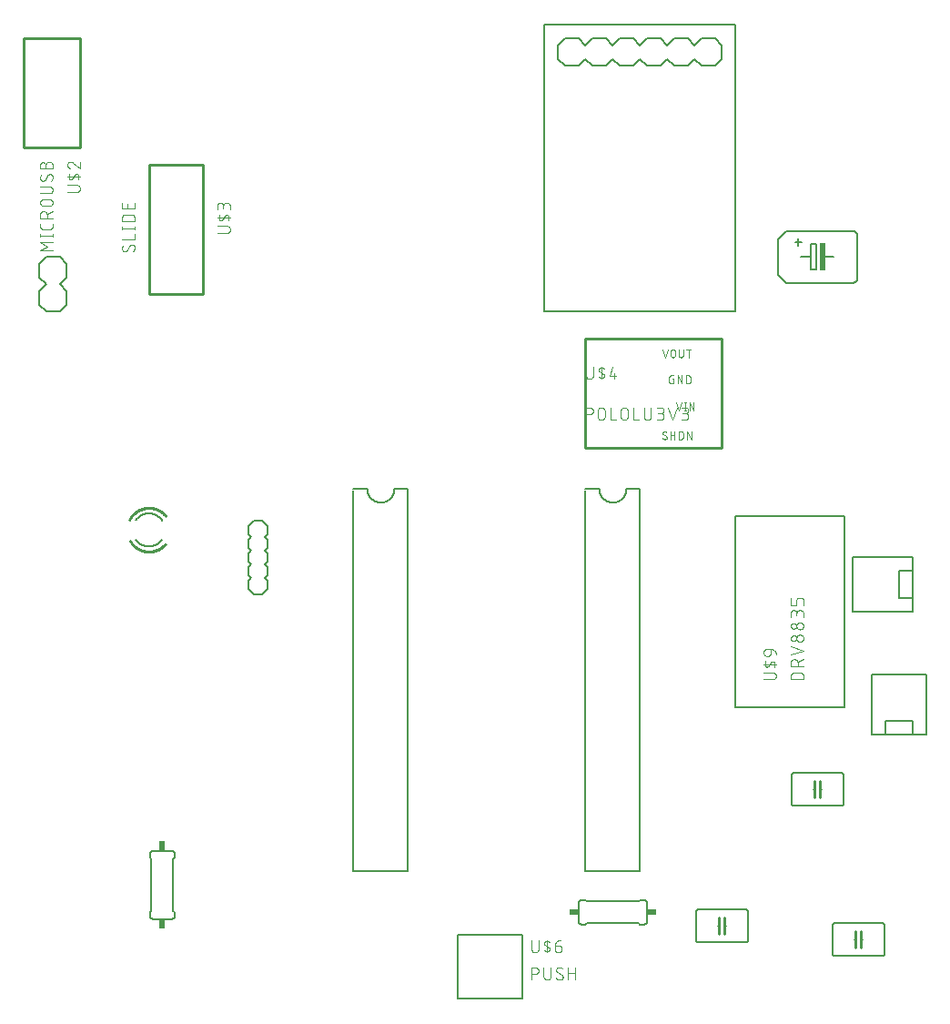
<source format=gto>
G75*
%MOIN*%
%OFA0B0*%
%FSLAX25Y25*%
%IPPOS*%
%LPD*%
%AMOC8*
5,1,8,0,0,1.08239X$1,22.5*
%
%ADD10C,0.00800*%
%ADD11C,0.00600*%
%ADD12C,0.01000*%
%ADD13R,0.02000X0.10000*%
%ADD14C,0.00500*%
%ADD15R,0.02400X0.03400*%
%ADD16R,0.03400X0.02400*%
%ADD17C,0.00400*%
%ADD18C,0.00300*%
D10*
X0013800Y0281300D02*
X0011300Y0283800D01*
X0011300Y0288800D01*
X0013800Y0291300D01*
X0011300Y0293800D01*
X0011300Y0298800D01*
X0013800Y0301300D01*
X0018800Y0301300D01*
X0021300Y0298800D01*
X0021300Y0293800D01*
X0018800Y0291300D01*
X0021300Y0288800D01*
X0021300Y0283800D01*
X0018800Y0281300D01*
X0013800Y0281300D01*
X0201300Y0373800D02*
X0203800Y0371300D01*
X0208800Y0371300D01*
X0211300Y0373800D01*
X0213800Y0371300D01*
X0218800Y0371300D01*
X0221300Y0373800D01*
X0223800Y0371300D01*
X0228800Y0371300D01*
X0231300Y0373800D01*
X0233800Y0371300D01*
X0238800Y0371300D01*
X0241300Y0373800D01*
X0243800Y0371300D01*
X0248800Y0371300D01*
X0251300Y0373800D01*
X0253800Y0371300D01*
X0258800Y0371300D01*
X0261300Y0373800D01*
X0261300Y0378800D01*
X0258800Y0381300D01*
X0253800Y0381300D01*
X0251300Y0378800D01*
X0248800Y0381300D01*
X0243800Y0381300D01*
X0241300Y0378800D01*
X0238800Y0381300D01*
X0233800Y0381300D01*
X0231300Y0378800D01*
X0228800Y0381300D01*
X0223800Y0381300D01*
X0221300Y0378800D01*
X0218800Y0381300D01*
X0213800Y0381300D01*
X0211300Y0378800D01*
X0208800Y0381300D01*
X0203800Y0381300D01*
X0201300Y0378800D01*
X0201300Y0373800D01*
D11*
X0059800Y0058800D02*
X0052800Y0058800D01*
X0052740Y0058802D01*
X0052679Y0058807D01*
X0052620Y0058816D01*
X0052561Y0058829D01*
X0052502Y0058845D01*
X0052445Y0058865D01*
X0052390Y0058888D01*
X0052335Y0058915D01*
X0052283Y0058944D01*
X0052232Y0058977D01*
X0052183Y0059013D01*
X0052137Y0059051D01*
X0052093Y0059093D01*
X0052051Y0059137D01*
X0052013Y0059183D01*
X0051977Y0059232D01*
X0051944Y0059283D01*
X0051915Y0059335D01*
X0051888Y0059390D01*
X0051865Y0059445D01*
X0051845Y0059502D01*
X0051829Y0059561D01*
X0051816Y0059620D01*
X0051807Y0059679D01*
X0051802Y0059740D01*
X0051800Y0059800D01*
X0051800Y0061300D01*
X0052300Y0061800D01*
X0052300Y0080800D01*
X0051800Y0081300D01*
X0051800Y0082800D01*
X0051802Y0082860D01*
X0051807Y0082921D01*
X0051816Y0082980D01*
X0051829Y0083039D01*
X0051845Y0083098D01*
X0051865Y0083155D01*
X0051888Y0083210D01*
X0051915Y0083265D01*
X0051944Y0083317D01*
X0051977Y0083368D01*
X0052013Y0083417D01*
X0052051Y0083463D01*
X0052093Y0083507D01*
X0052137Y0083549D01*
X0052183Y0083587D01*
X0052232Y0083623D01*
X0052283Y0083656D01*
X0052335Y0083685D01*
X0052390Y0083712D01*
X0052445Y0083735D01*
X0052502Y0083755D01*
X0052561Y0083771D01*
X0052620Y0083784D01*
X0052679Y0083793D01*
X0052740Y0083798D01*
X0052800Y0083800D01*
X0059800Y0083800D01*
X0059860Y0083798D01*
X0059921Y0083793D01*
X0059980Y0083784D01*
X0060039Y0083771D01*
X0060098Y0083755D01*
X0060155Y0083735D01*
X0060210Y0083712D01*
X0060265Y0083685D01*
X0060317Y0083656D01*
X0060368Y0083623D01*
X0060417Y0083587D01*
X0060463Y0083549D01*
X0060507Y0083507D01*
X0060549Y0083463D01*
X0060587Y0083417D01*
X0060623Y0083368D01*
X0060656Y0083317D01*
X0060685Y0083265D01*
X0060712Y0083210D01*
X0060735Y0083155D01*
X0060755Y0083098D01*
X0060771Y0083039D01*
X0060784Y0082980D01*
X0060793Y0082921D01*
X0060798Y0082860D01*
X0060800Y0082800D01*
X0060800Y0081300D01*
X0060300Y0080800D01*
X0060300Y0061800D01*
X0060800Y0061300D01*
X0060800Y0059800D01*
X0060798Y0059740D01*
X0060793Y0059679D01*
X0060784Y0059620D01*
X0060771Y0059561D01*
X0060755Y0059502D01*
X0060735Y0059445D01*
X0060712Y0059390D01*
X0060685Y0059335D01*
X0060656Y0059283D01*
X0060623Y0059232D01*
X0060587Y0059183D01*
X0060549Y0059137D01*
X0060507Y0059093D01*
X0060463Y0059051D01*
X0060417Y0059013D01*
X0060368Y0058977D01*
X0060317Y0058944D01*
X0060265Y0058915D01*
X0060210Y0058888D01*
X0060155Y0058865D01*
X0060098Y0058845D01*
X0060039Y0058829D01*
X0059980Y0058816D01*
X0059921Y0058807D01*
X0059860Y0058802D01*
X0059800Y0058800D01*
X0126300Y0076300D02*
X0126300Y0215800D01*
X0126300Y0216300D02*
X0131300Y0216300D01*
X0131302Y0216160D01*
X0131308Y0216020D01*
X0131318Y0215880D01*
X0131331Y0215740D01*
X0131349Y0215601D01*
X0131371Y0215462D01*
X0131396Y0215325D01*
X0131425Y0215187D01*
X0131458Y0215051D01*
X0131495Y0214916D01*
X0131536Y0214782D01*
X0131581Y0214649D01*
X0131629Y0214517D01*
X0131681Y0214387D01*
X0131736Y0214258D01*
X0131795Y0214131D01*
X0131858Y0214005D01*
X0131924Y0213881D01*
X0131993Y0213760D01*
X0132066Y0213640D01*
X0132143Y0213522D01*
X0132222Y0213407D01*
X0132305Y0213293D01*
X0132391Y0213183D01*
X0132480Y0213074D01*
X0132572Y0212968D01*
X0132667Y0212865D01*
X0132764Y0212764D01*
X0132865Y0212667D01*
X0132968Y0212572D01*
X0133074Y0212480D01*
X0133183Y0212391D01*
X0133293Y0212305D01*
X0133407Y0212222D01*
X0133522Y0212143D01*
X0133640Y0212066D01*
X0133760Y0211993D01*
X0133881Y0211924D01*
X0134005Y0211858D01*
X0134131Y0211795D01*
X0134258Y0211736D01*
X0134387Y0211681D01*
X0134517Y0211629D01*
X0134649Y0211581D01*
X0134782Y0211536D01*
X0134916Y0211495D01*
X0135051Y0211458D01*
X0135187Y0211425D01*
X0135325Y0211396D01*
X0135462Y0211371D01*
X0135601Y0211349D01*
X0135740Y0211331D01*
X0135880Y0211318D01*
X0136020Y0211308D01*
X0136160Y0211302D01*
X0136300Y0211300D01*
X0136440Y0211302D01*
X0136580Y0211308D01*
X0136720Y0211318D01*
X0136860Y0211331D01*
X0136999Y0211349D01*
X0137138Y0211371D01*
X0137275Y0211396D01*
X0137413Y0211425D01*
X0137549Y0211458D01*
X0137684Y0211495D01*
X0137818Y0211536D01*
X0137951Y0211581D01*
X0138083Y0211629D01*
X0138213Y0211681D01*
X0138342Y0211736D01*
X0138469Y0211795D01*
X0138595Y0211858D01*
X0138719Y0211924D01*
X0138840Y0211993D01*
X0138960Y0212066D01*
X0139078Y0212143D01*
X0139193Y0212222D01*
X0139307Y0212305D01*
X0139417Y0212391D01*
X0139526Y0212480D01*
X0139632Y0212572D01*
X0139735Y0212667D01*
X0139836Y0212764D01*
X0139933Y0212865D01*
X0140028Y0212968D01*
X0140120Y0213074D01*
X0140209Y0213183D01*
X0140295Y0213293D01*
X0140378Y0213407D01*
X0140457Y0213522D01*
X0140534Y0213640D01*
X0140607Y0213760D01*
X0140676Y0213881D01*
X0140742Y0214005D01*
X0140805Y0214131D01*
X0140864Y0214258D01*
X0140919Y0214387D01*
X0140971Y0214517D01*
X0141019Y0214649D01*
X0141064Y0214782D01*
X0141105Y0214916D01*
X0141142Y0215051D01*
X0141175Y0215187D01*
X0141204Y0215325D01*
X0141229Y0215462D01*
X0141251Y0215601D01*
X0141269Y0215740D01*
X0141282Y0215880D01*
X0141292Y0216020D01*
X0141298Y0216160D01*
X0141300Y0216300D01*
X0146300Y0216300D01*
X0146300Y0076300D01*
X0126300Y0076300D01*
X0208800Y0064800D02*
X0208800Y0057800D01*
X0208802Y0057740D01*
X0208807Y0057679D01*
X0208816Y0057620D01*
X0208829Y0057561D01*
X0208845Y0057502D01*
X0208865Y0057445D01*
X0208888Y0057390D01*
X0208915Y0057335D01*
X0208944Y0057283D01*
X0208977Y0057232D01*
X0209013Y0057183D01*
X0209051Y0057137D01*
X0209093Y0057093D01*
X0209137Y0057051D01*
X0209183Y0057013D01*
X0209232Y0056977D01*
X0209283Y0056944D01*
X0209335Y0056915D01*
X0209390Y0056888D01*
X0209445Y0056865D01*
X0209502Y0056845D01*
X0209561Y0056829D01*
X0209620Y0056816D01*
X0209679Y0056807D01*
X0209740Y0056802D01*
X0209800Y0056800D01*
X0211300Y0056800D01*
X0211800Y0057300D01*
X0230800Y0057300D01*
X0231300Y0056800D01*
X0232800Y0056800D01*
X0232860Y0056802D01*
X0232921Y0056807D01*
X0232980Y0056816D01*
X0233039Y0056829D01*
X0233098Y0056845D01*
X0233155Y0056865D01*
X0233210Y0056888D01*
X0233265Y0056915D01*
X0233317Y0056944D01*
X0233368Y0056977D01*
X0233417Y0057013D01*
X0233463Y0057051D01*
X0233507Y0057093D01*
X0233549Y0057137D01*
X0233587Y0057183D01*
X0233623Y0057232D01*
X0233656Y0057283D01*
X0233685Y0057335D01*
X0233712Y0057390D01*
X0233735Y0057445D01*
X0233755Y0057502D01*
X0233771Y0057561D01*
X0233784Y0057620D01*
X0233793Y0057679D01*
X0233798Y0057740D01*
X0233800Y0057800D01*
X0233800Y0064800D01*
X0233798Y0064860D01*
X0233793Y0064921D01*
X0233784Y0064980D01*
X0233771Y0065039D01*
X0233755Y0065098D01*
X0233735Y0065155D01*
X0233712Y0065210D01*
X0233685Y0065265D01*
X0233656Y0065317D01*
X0233623Y0065368D01*
X0233587Y0065417D01*
X0233549Y0065463D01*
X0233507Y0065507D01*
X0233463Y0065549D01*
X0233417Y0065587D01*
X0233368Y0065623D01*
X0233317Y0065656D01*
X0233265Y0065685D01*
X0233210Y0065712D01*
X0233155Y0065735D01*
X0233098Y0065755D01*
X0233039Y0065771D01*
X0232980Y0065784D01*
X0232921Y0065793D01*
X0232860Y0065798D01*
X0232800Y0065800D01*
X0231300Y0065800D01*
X0230800Y0065300D01*
X0211800Y0065300D01*
X0211300Y0065800D01*
X0209800Y0065800D01*
X0209740Y0065798D01*
X0209679Y0065793D01*
X0209620Y0065784D01*
X0209561Y0065771D01*
X0209502Y0065755D01*
X0209445Y0065735D01*
X0209390Y0065712D01*
X0209335Y0065685D01*
X0209283Y0065656D01*
X0209232Y0065623D01*
X0209183Y0065587D01*
X0209137Y0065549D01*
X0209093Y0065507D01*
X0209051Y0065463D01*
X0209013Y0065417D01*
X0208977Y0065368D01*
X0208944Y0065317D01*
X0208915Y0065265D01*
X0208888Y0065210D01*
X0208865Y0065155D01*
X0208845Y0065098D01*
X0208829Y0065039D01*
X0208816Y0064980D01*
X0208807Y0064921D01*
X0208802Y0064860D01*
X0208800Y0064800D01*
X0211300Y0076300D02*
X0211300Y0215800D01*
X0211300Y0216300D02*
X0216300Y0216300D01*
X0216302Y0216160D01*
X0216308Y0216020D01*
X0216318Y0215880D01*
X0216331Y0215740D01*
X0216349Y0215601D01*
X0216371Y0215462D01*
X0216396Y0215325D01*
X0216425Y0215187D01*
X0216458Y0215051D01*
X0216495Y0214916D01*
X0216536Y0214782D01*
X0216581Y0214649D01*
X0216629Y0214517D01*
X0216681Y0214387D01*
X0216736Y0214258D01*
X0216795Y0214131D01*
X0216858Y0214005D01*
X0216924Y0213881D01*
X0216993Y0213760D01*
X0217066Y0213640D01*
X0217143Y0213522D01*
X0217222Y0213407D01*
X0217305Y0213293D01*
X0217391Y0213183D01*
X0217480Y0213074D01*
X0217572Y0212968D01*
X0217667Y0212865D01*
X0217764Y0212764D01*
X0217865Y0212667D01*
X0217968Y0212572D01*
X0218074Y0212480D01*
X0218183Y0212391D01*
X0218293Y0212305D01*
X0218407Y0212222D01*
X0218522Y0212143D01*
X0218640Y0212066D01*
X0218760Y0211993D01*
X0218881Y0211924D01*
X0219005Y0211858D01*
X0219131Y0211795D01*
X0219258Y0211736D01*
X0219387Y0211681D01*
X0219517Y0211629D01*
X0219649Y0211581D01*
X0219782Y0211536D01*
X0219916Y0211495D01*
X0220051Y0211458D01*
X0220187Y0211425D01*
X0220325Y0211396D01*
X0220462Y0211371D01*
X0220601Y0211349D01*
X0220740Y0211331D01*
X0220880Y0211318D01*
X0221020Y0211308D01*
X0221160Y0211302D01*
X0221300Y0211300D01*
X0221440Y0211302D01*
X0221580Y0211308D01*
X0221720Y0211318D01*
X0221860Y0211331D01*
X0221999Y0211349D01*
X0222138Y0211371D01*
X0222275Y0211396D01*
X0222413Y0211425D01*
X0222549Y0211458D01*
X0222684Y0211495D01*
X0222818Y0211536D01*
X0222951Y0211581D01*
X0223083Y0211629D01*
X0223213Y0211681D01*
X0223342Y0211736D01*
X0223469Y0211795D01*
X0223595Y0211858D01*
X0223719Y0211924D01*
X0223840Y0211993D01*
X0223960Y0212066D01*
X0224078Y0212143D01*
X0224193Y0212222D01*
X0224307Y0212305D01*
X0224417Y0212391D01*
X0224526Y0212480D01*
X0224632Y0212572D01*
X0224735Y0212667D01*
X0224836Y0212764D01*
X0224933Y0212865D01*
X0225028Y0212968D01*
X0225120Y0213074D01*
X0225209Y0213183D01*
X0225295Y0213293D01*
X0225378Y0213407D01*
X0225457Y0213522D01*
X0225534Y0213640D01*
X0225607Y0213760D01*
X0225676Y0213881D01*
X0225742Y0214005D01*
X0225805Y0214131D01*
X0225864Y0214258D01*
X0225919Y0214387D01*
X0225971Y0214517D01*
X0226019Y0214649D01*
X0226064Y0214782D01*
X0226105Y0214916D01*
X0226142Y0215051D01*
X0226175Y0215187D01*
X0226204Y0215325D01*
X0226229Y0215462D01*
X0226251Y0215601D01*
X0226269Y0215740D01*
X0226282Y0215880D01*
X0226292Y0216020D01*
X0226298Y0216160D01*
X0226300Y0216300D01*
X0231300Y0216300D01*
X0231300Y0076300D01*
X0211300Y0076300D01*
X0251800Y0061300D02*
X0251800Y0051300D01*
X0251802Y0051240D01*
X0251807Y0051179D01*
X0251816Y0051120D01*
X0251829Y0051061D01*
X0251845Y0051002D01*
X0251865Y0050945D01*
X0251888Y0050890D01*
X0251915Y0050835D01*
X0251944Y0050783D01*
X0251977Y0050732D01*
X0252013Y0050683D01*
X0252051Y0050637D01*
X0252093Y0050593D01*
X0252137Y0050551D01*
X0252183Y0050513D01*
X0252232Y0050477D01*
X0252283Y0050444D01*
X0252335Y0050415D01*
X0252390Y0050388D01*
X0252445Y0050365D01*
X0252502Y0050345D01*
X0252561Y0050329D01*
X0252620Y0050316D01*
X0252679Y0050307D01*
X0252740Y0050302D01*
X0252800Y0050300D01*
X0269800Y0050300D01*
X0269860Y0050302D01*
X0269921Y0050307D01*
X0269980Y0050316D01*
X0270039Y0050329D01*
X0270098Y0050345D01*
X0270155Y0050365D01*
X0270210Y0050388D01*
X0270265Y0050415D01*
X0270317Y0050444D01*
X0270368Y0050477D01*
X0270417Y0050513D01*
X0270463Y0050551D01*
X0270507Y0050593D01*
X0270549Y0050637D01*
X0270587Y0050683D01*
X0270623Y0050732D01*
X0270656Y0050783D01*
X0270685Y0050835D01*
X0270712Y0050890D01*
X0270735Y0050945D01*
X0270755Y0051002D01*
X0270771Y0051061D01*
X0270784Y0051120D01*
X0270793Y0051179D01*
X0270798Y0051240D01*
X0270800Y0051300D01*
X0270800Y0061300D01*
X0270798Y0061360D01*
X0270793Y0061421D01*
X0270784Y0061480D01*
X0270771Y0061539D01*
X0270755Y0061598D01*
X0270735Y0061655D01*
X0270712Y0061710D01*
X0270685Y0061765D01*
X0270656Y0061817D01*
X0270623Y0061868D01*
X0270587Y0061917D01*
X0270549Y0061963D01*
X0270507Y0062007D01*
X0270463Y0062049D01*
X0270417Y0062087D01*
X0270368Y0062123D01*
X0270317Y0062156D01*
X0270265Y0062185D01*
X0270210Y0062212D01*
X0270155Y0062235D01*
X0270098Y0062255D01*
X0270039Y0062271D01*
X0269980Y0062284D01*
X0269921Y0062293D01*
X0269860Y0062298D01*
X0269800Y0062300D01*
X0252800Y0062300D01*
X0252740Y0062298D01*
X0252679Y0062293D01*
X0252620Y0062284D01*
X0252561Y0062271D01*
X0252502Y0062255D01*
X0252445Y0062235D01*
X0252390Y0062212D01*
X0252335Y0062185D01*
X0252283Y0062156D01*
X0252232Y0062123D01*
X0252183Y0062087D01*
X0252137Y0062049D01*
X0252093Y0062007D01*
X0252051Y0061963D01*
X0252013Y0061917D01*
X0251977Y0061868D01*
X0251944Y0061817D01*
X0251915Y0061765D01*
X0251888Y0061710D01*
X0251865Y0061655D01*
X0251845Y0061598D01*
X0251829Y0061539D01*
X0251816Y0061480D01*
X0251807Y0061421D01*
X0251802Y0061360D01*
X0251800Y0061300D01*
X0259800Y0056300D02*
X0260300Y0056300D01*
X0262300Y0056300D02*
X0262800Y0056300D01*
X0301800Y0056300D02*
X0301800Y0046300D01*
X0301802Y0046240D01*
X0301807Y0046179D01*
X0301816Y0046120D01*
X0301829Y0046061D01*
X0301845Y0046002D01*
X0301865Y0045945D01*
X0301888Y0045890D01*
X0301915Y0045835D01*
X0301944Y0045783D01*
X0301977Y0045732D01*
X0302013Y0045683D01*
X0302051Y0045637D01*
X0302093Y0045593D01*
X0302137Y0045551D01*
X0302183Y0045513D01*
X0302232Y0045477D01*
X0302283Y0045444D01*
X0302335Y0045415D01*
X0302390Y0045388D01*
X0302445Y0045365D01*
X0302502Y0045345D01*
X0302561Y0045329D01*
X0302620Y0045316D01*
X0302679Y0045307D01*
X0302740Y0045302D01*
X0302800Y0045300D01*
X0319800Y0045300D01*
X0319860Y0045302D01*
X0319921Y0045307D01*
X0319980Y0045316D01*
X0320039Y0045329D01*
X0320098Y0045345D01*
X0320155Y0045365D01*
X0320210Y0045388D01*
X0320265Y0045415D01*
X0320317Y0045444D01*
X0320368Y0045477D01*
X0320417Y0045513D01*
X0320463Y0045551D01*
X0320507Y0045593D01*
X0320549Y0045637D01*
X0320587Y0045683D01*
X0320623Y0045732D01*
X0320656Y0045783D01*
X0320685Y0045835D01*
X0320712Y0045890D01*
X0320735Y0045945D01*
X0320755Y0046002D01*
X0320771Y0046061D01*
X0320784Y0046120D01*
X0320793Y0046179D01*
X0320798Y0046240D01*
X0320800Y0046300D01*
X0320800Y0056300D01*
X0320798Y0056360D01*
X0320793Y0056421D01*
X0320784Y0056480D01*
X0320771Y0056539D01*
X0320755Y0056598D01*
X0320735Y0056655D01*
X0320712Y0056710D01*
X0320685Y0056765D01*
X0320656Y0056817D01*
X0320623Y0056868D01*
X0320587Y0056917D01*
X0320549Y0056963D01*
X0320507Y0057007D01*
X0320463Y0057049D01*
X0320417Y0057087D01*
X0320368Y0057123D01*
X0320317Y0057156D01*
X0320265Y0057185D01*
X0320210Y0057212D01*
X0320155Y0057235D01*
X0320098Y0057255D01*
X0320039Y0057271D01*
X0319980Y0057284D01*
X0319921Y0057293D01*
X0319860Y0057298D01*
X0319800Y0057300D01*
X0302800Y0057300D01*
X0302740Y0057298D01*
X0302679Y0057293D01*
X0302620Y0057284D01*
X0302561Y0057271D01*
X0302502Y0057255D01*
X0302445Y0057235D01*
X0302390Y0057212D01*
X0302335Y0057185D01*
X0302283Y0057156D01*
X0302232Y0057123D01*
X0302183Y0057087D01*
X0302137Y0057049D01*
X0302093Y0057007D01*
X0302051Y0056963D01*
X0302013Y0056917D01*
X0301977Y0056868D01*
X0301944Y0056817D01*
X0301915Y0056765D01*
X0301888Y0056710D01*
X0301865Y0056655D01*
X0301845Y0056598D01*
X0301829Y0056539D01*
X0301816Y0056480D01*
X0301807Y0056421D01*
X0301802Y0056360D01*
X0301800Y0056300D01*
X0309800Y0051300D02*
X0310300Y0051300D01*
X0312300Y0051300D02*
X0312800Y0051300D01*
X0304800Y0100300D02*
X0287800Y0100300D01*
X0287740Y0100302D01*
X0287679Y0100307D01*
X0287620Y0100316D01*
X0287561Y0100329D01*
X0287502Y0100345D01*
X0287445Y0100365D01*
X0287390Y0100388D01*
X0287335Y0100415D01*
X0287283Y0100444D01*
X0287232Y0100477D01*
X0287183Y0100513D01*
X0287137Y0100551D01*
X0287093Y0100593D01*
X0287051Y0100637D01*
X0287013Y0100683D01*
X0286977Y0100732D01*
X0286944Y0100783D01*
X0286915Y0100835D01*
X0286888Y0100890D01*
X0286865Y0100945D01*
X0286845Y0101002D01*
X0286829Y0101061D01*
X0286816Y0101120D01*
X0286807Y0101179D01*
X0286802Y0101240D01*
X0286800Y0101300D01*
X0286800Y0111300D01*
X0286802Y0111360D01*
X0286807Y0111421D01*
X0286816Y0111480D01*
X0286829Y0111539D01*
X0286845Y0111598D01*
X0286865Y0111655D01*
X0286888Y0111710D01*
X0286915Y0111765D01*
X0286944Y0111817D01*
X0286977Y0111868D01*
X0287013Y0111917D01*
X0287051Y0111963D01*
X0287093Y0112007D01*
X0287137Y0112049D01*
X0287183Y0112087D01*
X0287232Y0112123D01*
X0287283Y0112156D01*
X0287335Y0112185D01*
X0287390Y0112212D01*
X0287445Y0112235D01*
X0287502Y0112255D01*
X0287561Y0112271D01*
X0287620Y0112284D01*
X0287679Y0112293D01*
X0287740Y0112298D01*
X0287800Y0112300D01*
X0304800Y0112300D01*
X0304860Y0112298D01*
X0304921Y0112293D01*
X0304980Y0112284D01*
X0305039Y0112271D01*
X0305098Y0112255D01*
X0305155Y0112235D01*
X0305210Y0112212D01*
X0305265Y0112185D01*
X0305317Y0112156D01*
X0305368Y0112123D01*
X0305417Y0112087D01*
X0305463Y0112049D01*
X0305507Y0112007D01*
X0305549Y0111963D01*
X0305587Y0111917D01*
X0305623Y0111868D01*
X0305656Y0111817D01*
X0305685Y0111765D01*
X0305712Y0111710D01*
X0305735Y0111655D01*
X0305755Y0111598D01*
X0305771Y0111539D01*
X0305784Y0111480D01*
X0305793Y0111421D01*
X0305798Y0111360D01*
X0305800Y0111300D01*
X0305800Y0101300D01*
X0305798Y0101240D01*
X0305793Y0101179D01*
X0305784Y0101120D01*
X0305771Y0101061D01*
X0305755Y0101002D01*
X0305735Y0100945D01*
X0305712Y0100890D01*
X0305685Y0100835D01*
X0305656Y0100783D01*
X0305623Y0100732D01*
X0305587Y0100683D01*
X0305549Y0100637D01*
X0305507Y0100593D01*
X0305463Y0100551D01*
X0305417Y0100513D01*
X0305368Y0100477D01*
X0305317Y0100444D01*
X0305265Y0100415D01*
X0305210Y0100388D01*
X0305155Y0100365D01*
X0305098Y0100345D01*
X0305039Y0100329D01*
X0304980Y0100316D01*
X0304921Y0100307D01*
X0304860Y0100302D01*
X0304800Y0100300D01*
X0297800Y0106300D02*
X0297300Y0106300D01*
X0295300Y0106300D02*
X0294800Y0106300D01*
X0284800Y0291800D02*
X0281800Y0294800D01*
X0281800Y0307800D01*
X0284800Y0310800D01*
X0309300Y0310800D01*
X0309376Y0310798D01*
X0309452Y0310792D01*
X0309527Y0310783D01*
X0309602Y0310769D01*
X0309676Y0310752D01*
X0309749Y0310731D01*
X0309821Y0310707D01*
X0309892Y0310678D01*
X0309961Y0310647D01*
X0310028Y0310612D01*
X0310093Y0310573D01*
X0310157Y0310531D01*
X0310218Y0310486D01*
X0310277Y0310438D01*
X0310333Y0310387D01*
X0310387Y0310333D01*
X0310438Y0310277D01*
X0310486Y0310218D01*
X0310531Y0310157D01*
X0310573Y0310093D01*
X0310612Y0310028D01*
X0310647Y0309961D01*
X0310678Y0309892D01*
X0310707Y0309821D01*
X0310731Y0309749D01*
X0310752Y0309676D01*
X0310769Y0309602D01*
X0310783Y0309527D01*
X0310792Y0309452D01*
X0310798Y0309376D01*
X0310800Y0309300D01*
X0310800Y0293300D01*
X0310798Y0293224D01*
X0310792Y0293148D01*
X0310783Y0293073D01*
X0310769Y0292998D01*
X0310752Y0292924D01*
X0310731Y0292851D01*
X0310707Y0292779D01*
X0310678Y0292708D01*
X0310647Y0292639D01*
X0310612Y0292572D01*
X0310573Y0292507D01*
X0310531Y0292443D01*
X0310486Y0292382D01*
X0310438Y0292323D01*
X0310387Y0292267D01*
X0310333Y0292213D01*
X0310277Y0292162D01*
X0310218Y0292114D01*
X0310157Y0292069D01*
X0310093Y0292027D01*
X0310028Y0291988D01*
X0309961Y0291953D01*
X0309892Y0291922D01*
X0309821Y0291893D01*
X0309749Y0291869D01*
X0309676Y0291848D01*
X0309602Y0291831D01*
X0309527Y0291817D01*
X0309452Y0291808D01*
X0309376Y0291802D01*
X0309300Y0291800D01*
X0284800Y0291800D01*
X0293800Y0296500D02*
X0293800Y0301300D01*
X0293800Y0306100D01*
X0295800Y0306100D01*
X0295800Y0296500D01*
X0293800Y0296500D01*
X0293800Y0301300D02*
X0290300Y0301300D01*
X0289300Y0305400D02*
X0289300Y0307900D01*
X0290600Y0306700D02*
X0288000Y0306700D01*
X0298800Y0301300D02*
X0302300Y0301300D01*
X0051300Y0195300D02*
X0051148Y0195302D01*
X0050997Y0195308D01*
X0050846Y0195317D01*
X0050694Y0195331D01*
X0050544Y0195348D01*
X0050394Y0195369D01*
X0050244Y0195394D01*
X0050095Y0195422D01*
X0049947Y0195455D01*
X0049800Y0195491D01*
X0049653Y0195530D01*
X0049508Y0195574D01*
X0049364Y0195621D01*
X0049221Y0195672D01*
X0049080Y0195726D01*
X0048939Y0195784D01*
X0048801Y0195845D01*
X0048664Y0195910D01*
X0048528Y0195979D01*
X0048395Y0196050D01*
X0048263Y0196125D01*
X0048133Y0196204D01*
X0048006Y0196285D01*
X0047880Y0196370D01*
X0047756Y0196458D01*
X0047635Y0196549D01*
X0047516Y0196643D01*
X0047400Y0196741D01*
X0047286Y0196841D01*
X0047174Y0196943D01*
X0047066Y0197049D01*
X0046960Y0197157D01*
X0046856Y0197268D01*
X0046756Y0197382D01*
X0046658Y0197498D01*
X0046564Y0197617D01*
X0051300Y0207300D02*
X0051454Y0207298D01*
X0051608Y0207292D01*
X0051762Y0207282D01*
X0051916Y0207268D01*
X0052069Y0207251D01*
X0052221Y0207229D01*
X0052373Y0207203D01*
X0052525Y0207174D01*
X0052675Y0207140D01*
X0052825Y0207103D01*
X0052973Y0207062D01*
X0053121Y0207017D01*
X0053267Y0206968D01*
X0053412Y0206916D01*
X0053555Y0206860D01*
X0053698Y0206800D01*
X0053838Y0206737D01*
X0053977Y0206670D01*
X0054114Y0206599D01*
X0054249Y0206525D01*
X0054382Y0206448D01*
X0054514Y0206367D01*
X0054643Y0206283D01*
X0054770Y0206195D01*
X0054894Y0206104D01*
X0055016Y0206011D01*
X0055136Y0205913D01*
X0055253Y0205813D01*
X0055368Y0205710D01*
X0055480Y0205604D01*
X0055589Y0205496D01*
X0055695Y0205384D01*
X0055799Y0205270D01*
X0055899Y0205153D01*
X0055997Y0205034D01*
X0056091Y0204912D01*
X0056182Y0204787D01*
X0051300Y0207300D02*
X0051150Y0207298D01*
X0050999Y0207292D01*
X0050849Y0207283D01*
X0050700Y0207270D01*
X0050550Y0207253D01*
X0050401Y0207232D01*
X0050253Y0207208D01*
X0050105Y0207180D01*
X0049958Y0207148D01*
X0049812Y0207113D01*
X0049667Y0207073D01*
X0049523Y0207031D01*
X0049380Y0206984D01*
X0049238Y0206934D01*
X0049097Y0206881D01*
X0048958Y0206824D01*
X0048820Y0206764D01*
X0048684Y0206700D01*
X0048550Y0206633D01*
X0048417Y0206562D01*
X0048286Y0206488D01*
X0048157Y0206411D01*
X0048030Y0206330D01*
X0047905Y0206247D01*
X0047782Y0206160D01*
X0047661Y0206071D01*
X0047543Y0205978D01*
X0047427Y0205882D01*
X0047313Y0205784D01*
X0047202Y0205683D01*
X0047093Y0205578D01*
X0046988Y0205472D01*
X0046884Y0205362D01*
X0046784Y0205250D01*
X0046686Y0205136D01*
X0046592Y0205019D01*
X0046500Y0204900D01*
X0051300Y0195300D02*
X0051452Y0195302D01*
X0051603Y0195308D01*
X0051754Y0195317D01*
X0051906Y0195331D01*
X0052056Y0195348D01*
X0052206Y0195369D01*
X0052356Y0195394D01*
X0052505Y0195422D01*
X0052653Y0195455D01*
X0052800Y0195491D01*
X0052947Y0195530D01*
X0053092Y0195574D01*
X0053236Y0195621D01*
X0053379Y0195672D01*
X0053520Y0195726D01*
X0053661Y0195784D01*
X0053799Y0195845D01*
X0053936Y0195910D01*
X0054072Y0195979D01*
X0054205Y0196050D01*
X0054337Y0196125D01*
X0054467Y0196204D01*
X0054594Y0196285D01*
X0054720Y0196370D01*
X0054844Y0196458D01*
X0054965Y0196549D01*
X0055084Y0196643D01*
X0055200Y0196741D01*
X0055314Y0196841D01*
X0055426Y0196943D01*
X0055534Y0197049D01*
X0055640Y0197157D01*
X0055744Y0197268D01*
X0055844Y0197382D01*
X0055942Y0197498D01*
X0056036Y0197617D01*
D12*
X0051300Y0209300D02*
X0051108Y0209298D01*
X0050916Y0209291D01*
X0050724Y0209279D01*
X0050532Y0209263D01*
X0050341Y0209242D01*
X0050151Y0209217D01*
X0049961Y0209187D01*
X0049772Y0209153D01*
X0049584Y0209114D01*
X0049397Y0209070D01*
X0049211Y0209022D01*
X0049026Y0208970D01*
X0048842Y0208913D01*
X0048660Y0208852D01*
X0048480Y0208786D01*
X0048301Y0208716D01*
X0048123Y0208642D01*
X0047948Y0208564D01*
X0047774Y0208481D01*
X0047603Y0208394D01*
X0047434Y0208304D01*
X0047267Y0208209D01*
X0047102Y0208110D01*
X0046939Y0208007D01*
X0046780Y0207900D01*
X0046622Y0207790D01*
X0046468Y0207676D01*
X0046316Y0207558D01*
X0046167Y0207436D01*
X0046021Y0207311D01*
X0045879Y0207183D01*
X0045739Y0207051D01*
X0045602Y0206916D01*
X0045469Y0206777D01*
X0045339Y0206636D01*
X0045213Y0206491D01*
X0045090Y0206343D01*
X0044971Y0206193D01*
X0044855Y0206039D01*
X0044743Y0205883D01*
X0044635Y0205724D01*
X0044530Y0205563D01*
X0044430Y0205399D01*
X0044334Y0205233D01*
X0044241Y0205065D01*
X0044354Y0197331D02*
X0044453Y0197162D01*
X0044557Y0196996D01*
X0044664Y0196832D01*
X0044775Y0196671D01*
X0044890Y0196513D01*
X0045009Y0196358D01*
X0045132Y0196205D01*
X0045258Y0196056D01*
X0045388Y0195910D01*
X0045522Y0195767D01*
X0045659Y0195627D01*
X0045799Y0195491D01*
X0045943Y0195358D01*
X0046090Y0195229D01*
X0046240Y0195103D01*
X0046393Y0194982D01*
X0046549Y0194863D01*
X0046708Y0194749D01*
X0046869Y0194639D01*
X0047034Y0194533D01*
X0047200Y0194430D01*
X0047370Y0194332D01*
X0047541Y0194238D01*
X0047715Y0194148D01*
X0047891Y0194063D01*
X0048069Y0193981D01*
X0048249Y0193905D01*
X0048431Y0193832D01*
X0048614Y0193764D01*
X0048799Y0193701D01*
X0048986Y0193642D01*
X0049174Y0193588D01*
X0049363Y0193538D01*
X0049553Y0193493D01*
X0049745Y0193453D01*
X0049937Y0193417D01*
X0050130Y0193386D01*
X0050324Y0193360D01*
X0050519Y0193338D01*
X0050714Y0193322D01*
X0050909Y0193310D01*
X0051105Y0193302D01*
X0051300Y0193300D01*
X0051493Y0193302D01*
X0051686Y0193309D01*
X0051878Y0193321D01*
X0052071Y0193337D01*
X0052263Y0193358D01*
X0052454Y0193384D01*
X0052644Y0193414D01*
X0052834Y0193449D01*
X0053023Y0193488D01*
X0053211Y0193532D01*
X0053398Y0193580D01*
X0053584Y0193633D01*
X0053768Y0193690D01*
X0053951Y0193752D01*
X0054132Y0193818D01*
X0054312Y0193889D01*
X0054490Y0193963D01*
X0054666Y0194042D01*
X0054840Y0194126D01*
X0055012Y0194213D01*
X0055182Y0194305D01*
X0055349Y0194401D01*
X0055515Y0194500D01*
X0055678Y0194604D01*
X0055838Y0194711D01*
X0055995Y0194823D01*
X0056150Y0194938D01*
X0056302Y0195057D01*
X0056451Y0195179D01*
X0056598Y0195305D01*
X0056741Y0195435D01*
X0056881Y0195568D01*
X0057017Y0195704D01*
X0057151Y0195844D01*
X0057280Y0195986D01*
X0057407Y0196132D01*
X0057446Y0206422D02*
X0057319Y0206570D01*
X0057189Y0206715D01*
X0057056Y0206856D01*
X0056919Y0206995D01*
X0056779Y0207130D01*
X0056635Y0207261D01*
X0056488Y0207389D01*
X0056339Y0207514D01*
X0056186Y0207635D01*
X0056031Y0207752D01*
X0055872Y0207865D01*
X0055711Y0207974D01*
X0055547Y0208079D01*
X0055381Y0208181D01*
X0055212Y0208278D01*
X0055042Y0208371D01*
X0054868Y0208460D01*
X0054693Y0208545D01*
X0054516Y0208625D01*
X0054337Y0208701D01*
X0054156Y0208773D01*
X0053973Y0208840D01*
X0053789Y0208903D01*
X0053603Y0208961D01*
X0053416Y0209015D01*
X0053228Y0209064D01*
X0053038Y0209109D01*
X0052848Y0209149D01*
X0052656Y0209184D01*
X0052464Y0209215D01*
X0052271Y0209241D01*
X0052077Y0209262D01*
X0051883Y0209279D01*
X0051689Y0209291D01*
X0051495Y0209298D01*
X0051300Y0209300D01*
X0051457Y0287678D02*
X0071143Y0287678D01*
X0071143Y0334922D01*
X0051457Y0334922D01*
X0051457Y0287678D01*
X0026300Y0341300D02*
X0005591Y0341300D01*
X0005591Y0381300D01*
X0026300Y0381300D01*
X0026300Y0341300D01*
X0211300Y0271300D02*
X0211300Y0231300D01*
X0261300Y0231300D01*
X0261300Y0271300D01*
X0211300Y0271300D01*
X0295300Y0109300D02*
X0295300Y0106300D01*
X0295300Y0103300D01*
X0297300Y0103300D02*
X0297300Y0106300D01*
X0297300Y0109300D01*
X0262300Y0059300D02*
X0262300Y0056300D01*
X0262300Y0053300D01*
X0260300Y0053300D02*
X0260300Y0056300D01*
X0260300Y0059300D01*
X0310300Y0054300D02*
X0310300Y0051300D01*
X0310300Y0048300D01*
X0312300Y0048300D02*
X0312300Y0051300D01*
X0312300Y0054300D01*
D13*
X0298300Y0301300D03*
D14*
X0266300Y0281300D02*
X0196300Y0281300D01*
X0196300Y0386300D01*
X0266300Y0386300D01*
X0266300Y0281300D01*
X0266300Y0206300D02*
X0306300Y0206300D01*
X0306300Y0136300D01*
X0266300Y0136300D01*
X0266300Y0206300D01*
X0309300Y0191300D02*
X0309300Y0171300D01*
X0331300Y0171300D01*
X0331300Y0176300D01*
X0326300Y0176300D01*
X0326300Y0186300D01*
X0331300Y0186300D01*
X0331300Y0176300D01*
X0331300Y0186300D02*
X0331300Y0191300D01*
X0309300Y0191300D01*
X0316300Y0148300D02*
X0336300Y0148300D01*
X0336300Y0126300D01*
X0331300Y0126300D01*
X0331300Y0131300D01*
X0321300Y0131300D01*
X0321300Y0126300D01*
X0316300Y0126300D01*
X0316300Y0148300D01*
X0321300Y0126300D02*
X0331300Y0126300D01*
X0188111Y0053111D02*
X0188111Y0029489D01*
X0164489Y0029489D01*
X0164489Y0053111D01*
X0188111Y0053111D01*
X0092800Y0177800D02*
X0089800Y0177800D01*
X0087800Y0179800D01*
X0087800Y0182800D01*
X0088800Y0183800D01*
X0087800Y0184800D01*
X0087800Y0187800D01*
X0088800Y0188800D01*
X0087800Y0189800D01*
X0087800Y0192800D01*
X0088800Y0193800D01*
X0087800Y0194800D01*
X0087800Y0197800D01*
X0088800Y0198800D01*
X0087800Y0199800D01*
X0087800Y0202800D01*
X0089800Y0204800D01*
X0092800Y0204800D01*
X0094800Y0202800D01*
X0094800Y0199800D01*
X0093800Y0198800D01*
X0094800Y0197800D01*
X0094800Y0194800D01*
X0093800Y0193800D01*
X0094800Y0192800D01*
X0094800Y0189800D01*
X0093800Y0188800D01*
X0094800Y0187800D01*
X0094800Y0184800D01*
X0093800Y0183800D01*
X0094800Y0182800D01*
X0094800Y0179800D01*
X0092800Y0177800D01*
D15*
X0056300Y0085500D03*
X0056300Y0057100D03*
D16*
X0207100Y0061300D03*
X0235500Y0061300D03*
D17*
X0207489Y0041100D02*
X0207489Y0036500D01*
X0207489Y0039056D02*
X0204933Y0039056D01*
X0204933Y0041100D02*
X0204933Y0036500D01*
X0202478Y0038417D02*
X0201072Y0039183D01*
X0201583Y0041100D02*
X0201665Y0041098D01*
X0201747Y0041093D01*
X0201829Y0041084D01*
X0201910Y0041072D01*
X0201991Y0041056D01*
X0202071Y0041037D01*
X0202150Y0041014D01*
X0202228Y0040988D01*
X0202305Y0040959D01*
X0202380Y0040926D01*
X0202454Y0040890D01*
X0202527Y0040852D01*
X0202598Y0040810D01*
X0202666Y0040765D01*
X0202733Y0040717D01*
X0201072Y0039184D02*
X0201018Y0039218D01*
X0200967Y0039255D01*
X0200918Y0039295D01*
X0200871Y0039338D01*
X0200828Y0039384D01*
X0200787Y0039432D01*
X0200749Y0039483D01*
X0200714Y0039536D01*
X0200682Y0039591D01*
X0200654Y0039648D01*
X0200630Y0039706D01*
X0200609Y0039766D01*
X0200592Y0039827D01*
X0200578Y0039889D01*
X0200569Y0039952D01*
X0200563Y0040015D01*
X0200561Y0040078D01*
X0200563Y0040140D01*
X0200568Y0040201D01*
X0200578Y0040262D01*
X0200591Y0040323D01*
X0200607Y0040382D01*
X0200627Y0040440D01*
X0200651Y0040497D01*
X0200678Y0040553D01*
X0200708Y0040607D01*
X0200742Y0040659D01*
X0200779Y0040708D01*
X0200818Y0040756D01*
X0200860Y0040801D01*
X0200905Y0040843D01*
X0200953Y0040883D01*
X0201002Y0040919D01*
X0201054Y0040953D01*
X0201108Y0040983D01*
X0201164Y0041010D01*
X0201221Y0041034D01*
X0201279Y0041054D01*
X0201338Y0041070D01*
X0201399Y0041083D01*
X0201460Y0041093D01*
X0201521Y0041098D01*
X0201583Y0041100D01*
X0200434Y0037139D02*
X0200498Y0037076D01*
X0200566Y0037017D01*
X0200635Y0036960D01*
X0200707Y0036906D01*
X0200781Y0036855D01*
X0200857Y0036807D01*
X0200934Y0036763D01*
X0201014Y0036722D01*
X0201095Y0036684D01*
X0201178Y0036649D01*
X0201262Y0036618D01*
X0201348Y0036591D01*
X0201434Y0036567D01*
X0201522Y0036546D01*
X0201610Y0036530D01*
X0201699Y0036517D01*
X0201788Y0036507D01*
X0201877Y0036502D01*
X0201967Y0036500D01*
X0202029Y0036502D01*
X0202090Y0036507D01*
X0202151Y0036517D01*
X0202212Y0036530D01*
X0202271Y0036546D01*
X0202329Y0036566D01*
X0202386Y0036590D01*
X0202442Y0036617D01*
X0202496Y0036647D01*
X0202548Y0036681D01*
X0202597Y0036717D01*
X0202645Y0036757D01*
X0202690Y0036799D01*
X0202732Y0036844D01*
X0202772Y0036892D01*
X0202808Y0036941D01*
X0202842Y0036993D01*
X0202872Y0037047D01*
X0202899Y0037103D01*
X0202923Y0037160D01*
X0202943Y0037218D01*
X0202959Y0037277D01*
X0202972Y0037338D01*
X0202982Y0037399D01*
X0202987Y0037460D01*
X0202989Y0037522D01*
X0202987Y0037585D01*
X0202981Y0037648D01*
X0202972Y0037711D01*
X0202958Y0037773D01*
X0202941Y0037834D01*
X0202920Y0037894D01*
X0202896Y0037952D01*
X0202868Y0038009D01*
X0202836Y0038064D01*
X0202801Y0038117D01*
X0202763Y0038168D01*
X0202722Y0038216D01*
X0202679Y0038262D01*
X0202632Y0038305D01*
X0202583Y0038345D01*
X0202532Y0038382D01*
X0202478Y0038416D01*
X0198489Y0037778D02*
X0198489Y0041100D01*
X0195933Y0041100D02*
X0195933Y0037778D01*
X0195935Y0037708D01*
X0195941Y0037637D01*
X0195950Y0037568D01*
X0195964Y0037499D01*
X0195981Y0037430D01*
X0196002Y0037363D01*
X0196027Y0037297D01*
X0196055Y0037233D01*
X0196087Y0037170D01*
X0196122Y0037109D01*
X0196161Y0037050D01*
X0196202Y0036993D01*
X0196247Y0036939D01*
X0196295Y0036887D01*
X0196345Y0036838D01*
X0196399Y0036791D01*
X0196454Y0036748D01*
X0196512Y0036708D01*
X0196572Y0036671D01*
X0196634Y0036638D01*
X0196698Y0036608D01*
X0196763Y0036581D01*
X0196829Y0036558D01*
X0196897Y0036539D01*
X0196966Y0036524D01*
X0197035Y0036512D01*
X0197105Y0036504D01*
X0197176Y0036500D01*
X0197246Y0036500D01*
X0197317Y0036504D01*
X0197387Y0036512D01*
X0197456Y0036524D01*
X0197525Y0036539D01*
X0197593Y0036558D01*
X0197659Y0036581D01*
X0197724Y0036608D01*
X0197788Y0036638D01*
X0197850Y0036671D01*
X0197910Y0036708D01*
X0197968Y0036748D01*
X0198023Y0036791D01*
X0198077Y0036838D01*
X0198127Y0036887D01*
X0198175Y0036939D01*
X0198220Y0036993D01*
X0198261Y0037050D01*
X0198300Y0037109D01*
X0198335Y0037170D01*
X0198367Y0037233D01*
X0198395Y0037297D01*
X0198420Y0037363D01*
X0198441Y0037430D01*
X0198458Y0037499D01*
X0198472Y0037568D01*
X0198481Y0037637D01*
X0198487Y0037708D01*
X0198489Y0037778D01*
X0192778Y0038544D02*
X0191500Y0038544D01*
X0192778Y0038544D02*
X0192848Y0038546D01*
X0192919Y0038552D01*
X0192988Y0038561D01*
X0193057Y0038575D01*
X0193126Y0038592D01*
X0193193Y0038613D01*
X0193259Y0038638D01*
X0193323Y0038666D01*
X0193386Y0038698D01*
X0193447Y0038733D01*
X0193506Y0038772D01*
X0193563Y0038813D01*
X0193617Y0038858D01*
X0193669Y0038906D01*
X0193718Y0038956D01*
X0193765Y0039010D01*
X0193808Y0039065D01*
X0193848Y0039123D01*
X0193885Y0039183D01*
X0193918Y0039245D01*
X0193948Y0039309D01*
X0193975Y0039374D01*
X0193998Y0039440D01*
X0194017Y0039508D01*
X0194032Y0039577D01*
X0194044Y0039646D01*
X0194052Y0039716D01*
X0194056Y0039787D01*
X0194056Y0039857D01*
X0194052Y0039928D01*
X0194044Y0039998D01*
X0194032Y0040067D01*
X0194017Y0040136D01*
X0193998Y0040204D01*
X0193975Y0040270D01*
X0193948Y0040335D01*
X0193918Y0040399D01*
X0193885Y0040461D01*
X0193848Y0040521D01*
X0193808Y0040579D01*
X0193765Y0040634D01*
X0193718Y0040688D01*
X0193669Y0040738D01*
X0193617Y0040786D01*
X0193563Y0040831D01*
X0193506Y0040872D01*
X0193447Y0040911D01*
X0193386Y0040946D01*
X0193323Y0040978D01*
X0193259Y0041006D01*
X0193193Y0041031D01*
X0193126Y0041052D01*
X0193057Y0041069D01*
X0192988Y0041083D01*
X0192919Y0041092D01*
X0192848Y0041098D01*
X0192778Y0041100D01*
X0191500Y0041100D01*
X0191500Y0036500D01*
X0197128Y0046500D02*
X0197128Y0051100D01*
X0196745Y0050589D02*
X0196692Y0050577D01*
X0196640Y0050562D01*
X0196589Y0050542D01*
X0196540Y0050520D01*
X0196492Y0050494D01*
X0196446Y0050464D01*
X0196403Y0050432D01*
X0196362Y0050396D01*
X0196323Y0050358D01*
X0196288Y0050317D01*
X0196255Y0050273D01*
X0196226Y0050228D01*
X0196200Y0050180D01*
X0196177Y0050130D01*
X0196158Y0050080D01*
X0196143Y0050028D01*
X0196131Y0049974D01*
X0196124Y0049921D01*
X0196120Y0049867D01*
X0196119Y0049812D01*
X0196123Y0049758D01*
X0196131Y0049704D01*
X0196142Y0049651D01*
X0196157Y0049599D01*
X0196176Y0049548D01*
X0196199Y0049499D01*
X0196224Y0049451D01*
X0196254Y0049405D01*
X0196286Y0049362D01*
X0196321Y0049320D01*
X0196360Y0049282D01*
X0196401Y0049246D01*
X0196444Y0049213D01*
X0196489Y0049184D01*
X0196489Y0049183D02*
X0197128Y0048800D01*
X0197767Y0048417D01*
X0198150Y0050333D02*
X0198075Y0050376D01*
X0197999Y0050415D01*
X0197921Y0050452D01*
X0197842Y0050484D01*
X0197761Y0050514D01*
X0197679Y0050540D01*
X0197596Y0050562D01*
X0197512Y0050581D01*
X0197428Y0050597D01*
X0197343Y0050608D01*
X0197257Y0050616D01*
X0197172Y0050621D01*
X0197086Y0050622D01*
X0197000Y0050619D01*
X0196914Y0050613D01*
X0196829Y0050603D01*
X0196744Y0050589D01*
X0196105Y0047267D02*
X0196180Y0047224D01*
X0196256Y0047185D01*
X0196334Y0047148D01*
X0196413Y0047116D01*
X0196494Y0047086D01*
X0196576Y0047060D01*
X0196659Y0047038D01*
X0196743Y0047019D01*
X0196827Y0047003D01*
X0196912Y0046992D01*
X0196998Y0046984D01*
X0197083Y0046979D01*
X0197169Y0046978D01*
X0197255Y0046981D01*
X0197341Y0046987D01*
X0197426Y0046997D01*
X0197511Y0047011D01*
X0197564Y0047023D01*
X0197616Y0047038D01*
X0197667Y0047058D01*
X0197716Y0047080D01*
X0197764Y0047106D01*
X0197810Y0047136D01*
X0197853Y0047168D01*
X0197894Y0047204D01*
X0197933Y0047242D01*
X0197968Y0047283D01*
X0198001Y0047327D01*
X0198030Y0047372D01*
X0198056Y0047420D01*
X0198079Y0047470D01*
X0198098Y0047520D01*
X0198113Y0047572D01*
X0198125Y0047626D01*
X0198132Y0047679D01*
X0198136Y0047733D01*
X0198137Y0047788D01*
X0198133Y0047842D01*
X0198125Y0047896D01*
X0198114Y0047949D01*
X0198099Y0048001D01*
X0198080Y0048052D01*
X0198057Y0048101D01*
X0198032Y0048149D01*
X0198002Y0048195D01*
X0197970Y0048238D01*
X0197935Y0048280D01*
X0197896Y0048318D01*
X0197855Y0048354D01*
X0197812Y0048387D01*
X0197767Y0048416D01*
X0200050Y0047778D02*
X0200050Y0049056D01*
X0201583Y0049056D01*
X0200050Y0049056D02*
X0200052Y0049145D01*
X0200058Y0049234D01*
X0200067Y0049323D01*
X0200081Y0049411D01*
X0200098Y0049498D01*
X0200120Y0049585D01*
X0200145Y0049671D01*
X0200173Y0049755D01*
X0200206Y0049838D01*
X0200242Y0049920D01*
X0200281Y0050000D01*
X0200324Y0050078D01*
X0200370Y0050154D01*
X0200420Y0050228D01*
X0200472Y0050300D01*
X0200528Y0050370D01*
X0200587Y0050437D01*
X0200649Y0050501D01*
X0200713Y0050563D01*
X0200780Y0050622D01*
X0200850Y0050678D01*
X0200922Y0050730D01*
X0200996Y0050780D01*
X0201072Y0050826D01*
X0201150Y0050869D01*
X0201230Y0050908D01*
X0201312Y0050944D01*
X0201395Y0050977D01*
X0201479Y0051005D01*
X0201565Y0051030D01*
X0201652Y0051052D01*
X0201739Y0051069D01*
X0201827Y0051083D01*
X0201916Y0051092D01*
X0202005Y0051098D01*
X0202094Y0051100D01*
X0201583Y0049055D02*
X0201645Y0049053D01*
X0201706Y0049048D01*
X0201767Y0049038D01*
X0201828Y0049025D01*
X0201887Y0049009D01*
X0201945Y0048989D01*
X0202002Y0048965D01*
X0202058Y0048938D01*
X0202112Y0048908D01*
X0202164Y0048874D01*
X0202213Y0048838D01*
X0202261Y0048798D01*
X0202306Y0048756D01*
X0202348Y0048711D01*
X0202388Y0048663D01*
X0202424Y0048614D01*
X0202458Y0048562D01*
X0202488Y0048508D01*
X0202515Y0048452D01*
X0202539Y0048395D01*
X0202559Y0048337D01*
X0202575Y0048278D01*
X0202588Y0048217D01*
X0202598Y0048156D01*
X0202603Y0048095D01*
X0202605Y0048033D01*
X0202606Y0048033D02*
X0202606Y0047778D01*
X0202604Y0047708D01*
X0202598Y0047637D01*
X0202589Y0047568D01*
X0202575Y0047499D01*
X0202558Y0047430D01*
X0202537Y0047363D01*
X0202512Y0047297D01*
X0202484Y0047233D01*
X0202452Y0047170D01*
X0202417Y0047109D01*
X0202378Y0047050D01*
X0202337Y0046993D01*
X0202292Y0046939D01*
X0202244Y0046887D01*
X0202194Y0046838D01*
X0202140Y0046791D01*
X0202085Y0046748D01*
X0202027Y0046708D01*
X0201967Y0046671D01*
X0201905Y0046638D01*
X0201841Y0046608D01*
X0201776Y0046581D01*
X0201710Y0046558D01*
X0201642Y0046539D01*
X0201573Y0046524D01*
X0201504Y0046512D01*
X0201434Y0046504D01*
X0201363Y0046500D01*
X0201293Y0046500D01*
X0201222Y0046504D01*
X0201152Y0046512D01*
X0201083Y0046524D01*
X0201014Y0046539D01*
X0200946Y0046558D01*
X0200880Y0046581D01*
X0200815Y0046608D01*
X0200751Y0046638D01*
X0200689Y0046671D01*
X0200629Y0046708D01*
X0200571Y0046748D01*
X0200516Y0046791D01*
X0200462Y0046838D01*
X0200412Y0046887D01*
X0200364Y0046939D01*
X0200319Y0046993D01*
X0200278Y0047050D01*
X0200239Y0047109D01*
X0200204Y0047170D01*
X0200172Y0047233D01*
X0200144Y0047297D01*
X0200119Y0047363D01*
X0200098Y0047430D01*
X0200081Y0047499D01*
X0200067Y0047568D01*
X0200058Y0047637D01*
X0200052Y0047708D01*
X0200050Y0047778D01*
X0194056Y0047778D02*
X0194056Y0051100D01*
X0191500Y0051100D02*
X0191500Y0047778D01*
X0191502Y0047708D01*
X0191508Y0047637D01*
X0191517Y0047568D01*
X0191531Y0047499D01*
X0191548Y0047430D01*
X0191569Y0047363D01*
X0191594Y0047297D01*
X0191622Y0047233D01*
X0191654Y0047170D01*
X0191689Y0047109D01*
X0191728Y0047050D01*
X0191769Y0046993D01*
X0191814Y0046939D01*
X0191862Y0046887D01*
X0191912Y0046838D01*
X0191966Y0046791D01*
X0192021Y0046748D01*
X0192079Y0046708D01*
X0192139Y0046671D01*
X0192201Y0046638D01*
X0192265Y0046608D01*
X0192330Y0046581D01*
X0192396Y0046558D01*
X0192464Y0046539D01*
X0192533Y0046524D01*
X0192602Y0046512D01*
X0192672Y0046504D01*
X0192743Y0046500D01*
X0192813Y0046500D01*
X0192884Y0046504D01*
X0192954Y0046512D01*
X0193023Y0046524D01*
X0193092Y0046539D01*
X0193160Y0046558D01*
X0193226Y0046581D01*
X0193291Y0046608D01*
X0193355Y0046638D01*
X0193417Y0046671D01*
X0193477Y0046708D01*
X0193535Y0046748D01*
X0193590Y0046791D01*
X0193644Y0046838D01*
X0193694Y0046887D01*
X0193742Y0046939D01*
X0193787Y0046993D01*
X0193828Y0047050D01*
X0193867Y0047109D01*
X0193902Y0047170D01*
X0193934Y0047233D01*
X0193962Y0047297D01*
X0193987Y0047363D01*
X0194008Y0047430D01*
X0194025Y0047499D01*
X0194039Y0047568D01*
X0194048Y0047637D01*
X0194054Y0047708D01*
X0194056Y0047778D01*
X0276500Y0146500D02*
X0279822Y0146500D01*
X0279892Y0146502D01*
X0279963Y0146508D01*
X0280032Y0146517D01*
X0280101Y0146531D01*
X0280170Y0146548D01*
X0280237Y0146569D01*
X0280303Y0146594D01*
X0280367Y0146622D01*
X0280430Y0146654D01*
X0280491Y0146689D01*
X0280550Y0146728D01*
X0280607Y0146769D01*
X0280661Y0146814D01*
X0280713Y0146862D01*
X0280762Y0146912D01*
X0280809Y0146966D01*
X0280852Y0147021D01*
X0280892Y0147079D01*
X0280929Y0147139D01*
X0280962Y0147201D01*
X0280992Y0147265D01*
X0281019Y0147330D01*
X0281042Y0147396D01*
X0281061Y0147464D01*
X0281076Y0147533D01*
X0281088Y0147602D01*
X0281096Y0147672D01*
X0281100Y0147743D01*
X0281100Y0147813D01*
X0281096Y0147884D01*
X0281088Y0147954D01*
X0281076Y0148023D01*
X0281061Y0148092D01*
X0281042Y0148160D01*
X0281019Y0148226D01*
X0280992Y0148291D01*
X0280962Y0148355D01*
X0280929Y0148417D01*
X0280892Y0148477D01*
X0280852Y0148535D01*
X0280809Y0148590D01*
X0280762Y0148644D01*
X0280713Y0148694D01*
X0280661Y0148742D01*
X0280607Y0148787D01*
X0280550Y0148828D01*
X0280491Y0148867D01*
X0280430Y0148902D01*
X0280367Y0148934D01*
X0280303Y0148962D01*
X0280237Y0148987D01*
X0280170Y0149008D01*
X0280101Y0149025D01*
X0280032Y0149039D01*
X0279963Y0149048D01*
X0279892Y0149054D01*
X0279822Y0149056D01*
X0276500Y0149056D01*
X0276500Y0152128D02*
X0281100Y0152128D01*
X0280589Y0152511D02*
X0280577Y0152564D01*
X0280562Y0152616D01*
X0280542Y0152667D01*
X0280520Y0152716D01*
X0280494Y0152764D01*
X0280464Y0152810D01*
X0280432Y0152853D01*
X0280396Y0152894D01*
X0280358Y0152933D01*
X0280317Y0152968D01*
X0280273Y0153001D01*
X0280228Y0153030D01*
X0280180Y0153056D01*
X0280131Y0153079D01*
X0280080Y0153098D01*
X0280028Y0153113D01*
X0279974Y0153125D01*
X0279921Y0153132D01*
X0279867Y0153136D01*
X0279812Y0153137D01*
X0279758Y0153133D01*
X0279704Y0153125D01*
X0279651Y0153114D01*
X0279599Y0153099D01*
X0279548Y0153080D01*
X0279499Y0153057D01*
X0279451Y0153032D01*
X0279405Y0153002D01*
X0279362Y0152970D01*
X0279320Y0152935D01*
X0279282Y0152896D01*
X0279246Y0152855D01*
X0279213Y0152812D01*
X0279184Y0152767D01*
X0279183Y0152767D02*
X0278800Y0152128D01*
X0278417Y0151489D01*
X0280333Y0151105D02*
X0280376Y0151180D01*
X0280415Y0151256D01*
X0280452Y0151334D01*
X0280484Y0151413D01*
X0280514Y0151494D01*
X0280540Y0151576D01*
X0280562Y0151659D01*
X0280581Y0151743D01*
X0280597Y0151827D01*
X0280608Y0151912D01*
X0280616Y0151998D01*
X0280621Y0152083D01*
X0280622Y0152169D01*
X0280619Y0152255D01*
X0280613Y0152341D01*
X0280603Y0152426D01*
X0280589Y0152511D01*
X0277267Y0153150D02*
X0277224Y0153075D01*
X0277185Y0152999D01*
X0277148Y0152921D01*
X0277116Y0152842D01*
X0277086Y0152761D01*
X0277060Y0152679D01*
X0277038Y0152596D01*
X0277019Y0152512D01*
X0277003Y0152428D01*
X0276992Y0152343D01*
X0276984Y0152257D01*
X0276979Y0152172D01*
X0276978Y0152086D01*
X0276981Y0152000D01*
X0276987Y0151914D01*
X0276997Y0151829D01*
X0277011Y0151744D01*
X0277011Y0151745D02*
X0277023Y0151692D01*
X0277038Y0151640D01*
X0277058Y0151589D01*
X0277080Y0151540D01*
X0277106Y0151492D01*
X0277136Y0151446D01*
X0277168Y0151403D01*
X0277204Y0151362D01*
X0277242Y0151323D01*
X0277283Y0151288D01*
X0277327Y0151255D01*
X0277372Y0151226D01*
X0277420Y0151200D01*
X0277470Y0151177D01*
X0277520Y0151158D01*
X0277572Y0151143D01*
X0277626Y0151131D01*
X0277679Y0151123D01*
X0277733Y0151120D01*
X0277788Y0151119D01*
X0277842Y0151123D01*
X0277896Y0151131D01*
X0277949Y0151142D01*
X0278001Y0151157D01*
X0278052Y0151176D01*
X0278101Y0151199D01*
X0278149Y0151224D01*
X0278195Y0151254D01*
X0278238Y0151286D01*
X0278280Y0151321D01*
X0278318Y0151360D01*
X0278354Y0151401D01*
X0278387Y0151444D01*
X0278416Y0151489D01*
X0278033Y0155050D02*
X0277778Y0155050D01*
X0278033Y0155050D02*
X0278095Y0155052D01*
X0278156Y0155057D01*
X0278217Y0155067D01*
X0278278Y0155080D01*
X0278337Y0155096D01*
X0278395Y0155116D01*
X0278452Y0155140D01*
X0278508Y0155167D01*
X0278562Y0155197D01*
X0278614Y0155231D01*
X0278663Y0155267D01*
X0278711Y0155307D01*
X0278756Y0155349D01*
X0278798Y0155394D01*
X0278838Y0155442D01*
X0278874Y0155491D01*
X0278908Y0155543D01*
X0278938Y0155597D01*
X0278965Y0155653D01*
X0278989Y0155710D01*
X0279009Y0155768D01*
X0279025Y0155827D01*
X0279038Y0155888D01*
X0279048Y0155949D01*
X0279053Y0156010D01*
X0279055Y0156072D01*
X0279056Y0156072D02*
X0279056Y0157606D01*
X0277778Y0157606D01*
X0277708Y0157604D01*
X0277637Y0157598D01*
X0277568Y0157589D01*
X0277499Y0157575D01*
X0277430Y0157558D01*
X0277363Y0157537D01*
X0277297Y0157512D01*
X0277233Y0157484D01*
X0277170Y0157452D01*
X0277109Y0157417D01*
X0277050Y0157378D01*
X0276993Y0157337D01*
X0276939Y0157292D01*
X0276887Y0157244D01*
X0276838Y0157194D01*
X0276791Y0157140D01*
X0276748Y0157085D01*
X0276708Y0157027D01*
X0276671Y0156967D01*
X0276638Y0156905D01*
X0276608Y0156841D01*
X0276581Y0156776D01*
X0276558Y0156710D01*
X0276539Y0156642D01*
X0276524Y0156573D01*
X0276512Y0156504D01*
X0276504Y0156434D01*
X0276500Y0156363D01*
X0276500Y0156293D01*
X0276504Y0156222D01*
X0276512Y0156152D01*
X0276524Y0156083D01*
X0276539Y0156014D01*
X0276558Y0155946D01*
X0276581Y0155880D01*
X0276608Y0155815D01*
X0276638Y0155751D01*
X0276671Y0155689D01*
X0276708Y0155629D01*
X0276748Y0155571D01*
X0276791Y0155516D01*
X0276838Y0155462D01*
X0276887Y0155412D01*
X0276939Y0155364D01*
X0276993Y0155319D01*
X0277050Y0155278D01*
X0277109Y0155239D01*
X0277170Y0155204D01*
X0277233Y0155172D01*
X0277297Y0155144D01*
X0277363Y0155119D01*
X0277430Y0155098D01*
X0277499Y0155081D01*
X0277568Y0155067D01*
X0277637Y0155058D01*
X0277708Y0155052D01*
X0277778Y0155050D01*
X0279056Y0157605D02*
X0279145Y0157603D01*
X0279234Y0157597D01*
X0279323Y0157588D01*
X0279411Y0157574D01*
X0279498Y0157557D01*
X0279585Y0157535D01*
X0279671Y0157510D01*
X0279755Y0157482D01*
X0279838Y0157449D01*
X0279920Y0157413D01*
X0280000Y0157374D01*
X0280078Y0157331D01*
X0280154Y0157285D01*
X0280228Y0157235D01*
X0280300Y0157183D01*
X0280370Y0157127D01*
X0280437Y0157068D01*
X0280501Y0157006D01*
X0280563Y0156942D01*
X0280622Y0156875D01*
X0280678Y0156805D01*
X0280730Y0156733D01*
X0280780Y0156659D01*
X0280826Y0156583D01*
X0280869Y0156505D01*
X0280908Y0156425D01*
X0280944Y0156343D01*
X0280977Y0156260D01*
X0281005Y0156176D01*
X0281030Y0156090D01*
X0281052Y0156003D01*
X0281069Y0155916D01*
X0281083Y0155828D01*
X0281092Y0155739D01*
X0281098Y0155650D01*
X0281100Y0155561D01*
X0286500Y0155544D02*
X0291100Y0157078D01*
X0286500Y0158611D01*
X0287522Y0160556D02*
X0287585Y0160558D01*
X0287648Y0160564D01*
X0287710Y0160573D01*
X0287771Y0160587D01*
X0287832Y0160604D01*
X0287891Y0160625D01*
X0287949Y0160650D01*
X0288006Y0160678D01*
X0288060Y0160709D01*
X0288112Y0160744D01*
X0288163Y0160782D01*
X0288211Y0160823D01*
X0288256Y0160867D01*
X0288298Y0160913D01*
X0288338Y0160962D01*
X0288374Y0161013D01*
X0288407Y0161067D01*
X0288437Y0161122D01*
X0288463Y0161180D01*
X0288486Y0161238D01*
X0288505Y0161298D01*
X0288520Y0161359D01*
X0288532Y0161421D01*
X0288540Y0161484D01*
X0288544Y0161547D01*
X0288544Y0161609D01*
X0288540Y0161672D01*
X0288532Y0161735D01*
X0288520Y0161797D01*
X0288505Y0161858D01*
X0288486Y0161918D01*
X0288463Y0161976D01*
X0288437Y0162034D01*
X0288407Y0162089D01*
X0288374Y0162143D01*
X0288338Y0162194D01*
X0288298Y0162243D01*
X0288256Y0162289D01*
X0288211Y0162333D01*
X0288163Y0162374D01*
X0288112Y0162412D01*
X0288060Y0162447D01*
X0288006Y0162478D01*
X0287949Y0162506D01*
X0287891Y0162531D01*
X0287832Y0162552D01*
X0287771Y0162569D01*
X0287710Y0162583D01*
X0287648Y0162592D01*
X0287585Y0162598D01*
X0287522Y0162600D01*
X0287459Y0162598D01*
X0287396Y0162592D01*
X0287334Y0162583D01*
X0287273Y0162569D01*
X0287212Y0162552D01*
X0287153Y0162531D01*
X0287095Y0162506D01*
X0287038Y0162478D01*
X0286984Y0162447D01*
X0286932Y0162412D01*
X0286881Y0162374D01*
X0286833Y0162333D01*
X0286788Y0162289D01*
X0286746Y0162243D01*
X0286706Y0162194D01*
X0286670Y0162143D01*
X0286637Y0162089D01*
X0286607Y0162034D01*
X0286581Y0161976D01*
X0286558Y0161918D01*
X0286539Y0161858D01*
X0286524Y0161797D01*
X0286512Y0161735D01*
X0286504Y0161672D01*
X0286500Y0161609D01*
X0286500Y0161547D01*
X0286504Y0161484D01*
X0286512Y0161421D01*
X0286524Y0161359D01*
X0286539Y0161298D01*
X0286558Y0161238D01*
X0286581Y0161180D01*
X0286607Y0161122D01*
X0286637Y0161067D01*
X0286670Y0161013D01*
X0286706Y0160962D01*
X0286746Y0160913D01*
X0286788Y0160867D01*
X0286833Y0160823D01*
X0286881Y0160782D01*
X0286932Y0160744D01*
X0286984Y0160709D01*
X0287038Y0160678D01*
X0287095Y0160650D01*
X0287153Y0160625D01*
X0287212Y0160604D01*
X0287273Y0160587D01*
X0287334Y0160573D01*
X0287396Y0160564D01*
X0287459Y0160558D01*
X0287522Y0160556D01*
X0289822Y0160300D02*
X0289892Y0160302D01*
X0289963Y0160308D01*
X0290032Y0160317D01*
X0290101Y0160331D01*
X0290170Y0160348D01*
X0290237Y0160369D01*
X0290303Y0160394D01*
X0290367Y0160422D01*
X0290430Y0160454D01*
X0290491Y0160489D01*
X0290550Y0160528D01*
X0290607Y0160569D01*
X0290661Y0160614D01*
X0290713Y0160662D01*
X0290762Y0160712D01*
X0290809Y0160766D01*
X0290852Y0160821D01*
X0290892Y0160879D01*
X0290929Y0160939D01*
X0290962Y0161001D01*
X0290992Y0161065D01*
X0291019Y0161130D01*
X0291042Y0161196D01*
X0291061Y0161264D01*
X0291076Y0161333D01*
X0291088Y0161402D01*
X0291096Y0161472D01*
X0291100Y0161543D01*
X0291100Y0161613D01*
X0291096Y0161684D01*
X0291088Y0161754D01*
X0291076Y0161823D01*
X0291061Y0161892D01*
X0291042Y0161960D01*
X0291019Y0162026D01*
X0290992Y0162091D01*
X0290962Y0162155D01*
X0290929Y0162217D01*
X0290892Y0162277D01*
X0290852Y0162335D01*
X0290809Y0162390D01*
X0290762Y0162444D01*
X0290713Y0162494D01*
X0290661Y0162542D01*
X0290607Y0162587D01*
X0290550Y0162628D01*
X0290491Y0162667D01*
X0290430Y0162702D01*
X0290367Y0162734D01*
X0290303Y0162762D01*
X0290237Y0162787D01*
X0290170Y0162808D01*
X0290101Y0162825D01*
X0290032Y0162839D01*
X0289963Y0162848D01*
X0289892Y0162854D01*
X0289822Y0162856D01*
X0289752Y0162854D01*
X0289681Y0162848D01*
X0289612Y0162839D01*
X0289543Y0162825D01*
X0289474Y0162808D01*
X0289407Y0162787D01*
X0289341Y0162762D01*
X0289277Y0162734D01*
X0289214Y0162702D01*
X0289153Y0162667D01*
X0289094Y0162628D01*
X0289037Y0162587D01*
X0288983Y0162542D01*
X0288931Y0162494D01*
X0288882Y0162444D01*
X0288835Y0162390D01*
X0288792Y0162335D01*
X0288752Y0162277D01*
X0288715Y0162217D01*
X0288682Y0162155D01*
X0288652Y0162091D01*
X0288625Y0162026D01*
X0288602Y0161960D01*
X0288583Y0161892D01*
X0288568Y0161823D01*
X0288556Y0161754D01*
X0288548Y0161684D01*
X0288544Y0161613D01*
X0288544Y0161543D01*
X0288548Y0161472D01*
X0288556Y0161402D01*
X0288568Y0161333D01*
X0288583Y0161264D01*
X0288602Y0161196D01*
X0288625Y0161130D01*
X0288652Y0161065D01*
X0288682Y0161001D01*
X0288715Y0160939D01*
X0288752Y0160879D01*
X0288792Y0160821D01*
X0288835Y0160766D01*
X0288882Y0160712D01*
X0288931Y0160662D01*
X0288983Y0160614D01*
X0289037Y0160569D01*
X0289094Y0160528D01*
X0289153Y0160489D01*
X0289214Y0160454D01*
X0289277Y0160422D01*
X0289341Y0160394D01*
X0289407Y0160369D01*
X0289474Y0160348D01*
X0289543Y0160331D01*
X0289612Y0160317D01*
X0289681Y0160308D01*
X0289752Y0160302D01*
X0289822Y0160300D01*
X0289822Y0164800D02*
X0289892Y0164802D01*
X0289963Y0164808D01*
X0290032Y0164817D01*
X0290101Y0164831D01*
X0290170Y0164848D01*
X0290237Y0164869D01*
X0290303Y0164894D01*
X0290367Y0164922D01*
X0290430Y0164954D01*
X0290491Y0164989D01*
X0290550Y0165028D01*
X0290607Y0165069D01*
X0290661Y0165114D01*
X0290713Y0165162D01*
X0290762Y0165212D01*
X0290809Y0165266D01*
X0290852Y0165321D01*
X0290892Y0165379D01*
X0290929Y0165439D01*
X0290962Y0165501D01*
X0290992Y0165565D01*
X0291019Y0165630D01*
X0291042Y0165696D01*
X0291061Y0165764D01*
X0291076Y0165833D01*
X0291088Y0165902D01*
X0291096Y0165972D01*
X0291100Y0166043D01*
X0291100Y0166113D01*
X0291096Y0166184D01*
X0291088Y0166254D01*
X0291076Y0166323D01*
X0291061Y0166392D01*
X0291042Y0166460D01*
X0291019Y0166526D01*
X0290992Y0166591D01*
X0290962Y0166655D01*
X0290929Y0166717D01*
X0290892Y0166777D01*
X0290852Y0166835D01*
X0290809Y0166890D01*
X0290762Y0166944D01*
X0290713Y0166994D01*
X0290661Y0167042D01*
X0290607Y0167087D01*
X0290550Y0167128D01*
X0290491Y0167167D01*
X0290430Y0167202D01*
X0290367Y0167234D01*
X0290303Y0167262D01*
X0290237Y0167287D01*
X0290170Y0167308D01*
X0290101Y0167325D01*
X0290032Y0167339D01*
X0289963Y0167348D01*
X0289892Y0167354D01*
X0289822Y0167356D01*
X0289752Y0167354D01*
X0289681Y0167348D01*
X0289612Y0167339D01*
X0289543Y0167325D01*
X0289474Y0167308D01*
X0289407Y0167287D01*
X0289341Y0167262D01*
X0289277Y0167234D01*
X0289214Y0167202D01*
X0289153Y0167167D01*
X0289094Y0167128D01*
X0289037Y0167087D01*
X0288983Y0167042D01*
X0288931Y0166994D01*
X0288882Y0166944D01*
X0288835Y0166890D01*
X0288792Y0166835D01*
X0288752Y0166777D01*
X0288715Y0166717D01*
X0288682Y0166655D01*
X0288652Y0166591D01*
X0288625Y0166526D01*
X0288602Y0166460D01*
X0288583Y0166392D01*
X0288568Y0166323D01*
X0288556Y0166254D01*
X0288548Y0166184D01*
X0288544Y0166113D01*
X0288544Y0166043D01*
X0288548Y0165972D01*
X0288556Y0165902D01*
X0288568Y0165833D01*
X0288583Y0165764D01*
X0288602Y0165696D01*
X0288625Y0165630D01*
X0288652Y0165565D01*
X0288682Y0165501D01*
X0288715Y0165439D01*
X0288752Y0165379D01*
X0288792Y0165321D01*
X0288835Y0165266D01*
X0288882Y0165212D01*
X0288931Y0165162D01*
X0288983Y0165114D01*
X0289037Y0165069D01*
X0289094Y0165028D01*
X0289153Y0164989D01*
X0289214Y0164954D01*
X0289277Y0164922D01*
X0289341Y0164894D01*
X0289407Y0164869D01*
X0289474Y0164848D01*
X0289543Y0164831D01*
X0289612Y0164817D01*
X0289681Y0164808D01*
X0289752Y0164802D01*
X0289822Y0164800D01*
X0287522Y0165056D02*
X0287585Y0165058D01*
X0287648Y0165064D01*
X0287710Y0165073D01*
X0287771Y0165087D01*
X0287832Y0165104D01*
X0287891Y0165125D01*
X0287949Y0165150D01*
X0288006Y0165178D01*
X0288060Y0165209D01*
X0288112Y0165244D01*
X0288163Y0165282D01*
X0288211Y0165323D01*
X0288256Y0165367D01*
X0288298Y0165413D01*
X0288338Y0165462D01*
X0288374Y0165513D01*
X0288407Y0165567D01*
X0288437Y0165622D01*
X0288463Y0165680D01*
X0288486Y0165738D01*
X0288505Y0165798D01*
X0288520Y0165859D01*
X0288532Y0165921D01*
X0288540Y0165984D01*
X0288544Y0166047D01*
X0288544Y0166109D01*
X0288540Y0166172D01*
X0288532Y0166235D01*
X0288520Y0166297D01*
X0288505Y0166358D01*
X0288486Y0166418D01*
X0288463Y0166476D01*
X0288437Y0166534D01*
X0288407Y0166589D01*
X0288374Y0166643D01*
X0288338Y0166694D01*
X0288298Y0166743D01*
X0288256Y0166789D01*
X0288211Y0166833D01*
X0288163Y0166874D01*
X0288112Y0166912D01*
X0288060Y0166947D01*
X0288006Y0166978D01*
X0287949Y0167006D01*
X0287891Y0167031D01*
X0287832Y0167052D01*
X0287771Y0167069D01*
X0287710Y0167083D01*
X0287648Y0167092D01*
X0287585Y0167098D01*
X0287522Y0167100D01*
X0287459Y0167098D01*
X0287396Y0167092D01*
X0287334Y0167083D01*
X0287273Y0167069D01*
X0287212Y0167052D01*
X0287153Y0167031D01*
X0287095Y0167006D01*
X0287038Y0166978D01*
X0286984Y0166947D01*
X0286932Y0166912D01*
X0286881Y0166874D01*
X0286833Y0166833D01*
X0286788Y0166789D01*
X0286746Y0166743D01*
X0286706Y0166694D01*
X0286670Y0166643D01*
X0286637Y0166589D01*
X0286607Y0166534D01*
X0286581Y0166476D01*
X0286558Y0166418D01*
X0286539Y0166358D01*
X0286524Y0166297D01*
X0286512Y0166235D01*
X0286504Y0166172D01*
X0286500Y0166109D01*
X0286500Y0166047D01*
X0286504Y0165984D01*
X0286512Y0165921D01*
X0286524Y0165859D01*
X0286539Y0165798D01*
X0286558Y0165738D01*
X0286581Y0165680D01*
X0286607Y0165622D01*
X0286637Y0165567D01*
X0286670Y0165513D01*
X0286706Y0165462D01*
X0286746Y0165413D01*
X0286788Y0165367D01*
X0286833Y0165323D01*
X0286881Y0165282D01*
X0286932Y0165244D01*
X0286984Y0165209D01*
X0287038Y0165178D01*
X0287095Y0165150D01*
X0287153Y0165125D01*
X0287212Y0165104D01*
X0287273Y0165087D01*
X0287334Y0165073D01*
X0287396Y0165064D01*
X0287459Y0165058D01*
X0287522Y0165056D01*
X0286500Y0169300D02*
X0286500Y0170833D01*
X0286502Y0170896D01*
X0286508Y0170959D01*
X0286517Y0171021D01*
X0286531Y0171082D01*
X0286548Y0171143D01*
X0286569Y0171202D01*
X0286594Y0171260D01*
X0286622Y0171317D01*
X0286653Y0171371D01*
X0286688Y0171423D01*
X0286726Y0171474D01*
X0286767Y0171522D01*
X0286811Y0171567D01*
X0286857Y0171609D01*
X0286906Y0171649D01*
X0286957Y0171685D01*
X0287011Y0171718D01*
X0287066Y0171748D01*
X0287124Y0171774D01*
X0287182Y0171797D01*
X0287242Y0171816D01*
X0287303Y0171831D01*
X0287365Y0171843D01*
X0287428Y0171851D01*
X0287491Y0171855D01*
X0287553Y0171855D01*
X0287616Y0171851D01*
X0287679Y0171843D01*
X0287741Y0171831D01*
X0287802Y0171816D01*
X0287862Y0171797D01*
X0287920Y0171774D01*
X0287978Y0171748D01*
X0288033Y0171718D01*
X0288087Y0171685D01*
X0288138Y0171649D01*
X0288187Y0171609D01*
X0288233Y0171567D01*
X0288277Y0171522D01*
X0288318Y0171474D01*
X0288356Y0171423D01*
X0288391Y0171371D01*
X0288422Y0171317D01*
X0288450Y0171260D01*
X0288475Y0171202D01*
X0288496Y0171143D01*
X0288513Y0171082D01*
X0288527Y0171021D01*
X0288536Y0170959D01*
X0288542Y0170896D01*
X0288544Y0170833D01*
X0288544Y0169811D01*
X0288544Y0170578D02*
X0288546Y0170648D01*
X0288552Y0170719D01*
X0288561Y0170788D01*
X0288575Y0170857D01*
X0288592Y0170926D01*
X0288613Y0170993D01*
X0288638Y0171059D01*
X0288666Y0171123D01*
X0288698Y0171186D01*
X0288733Y0171247D01*
X0288772Y0171306D01*
X0288813Y0171363D01*
X0288858Y0171417D01*
X0288906Y0171469D01*
X0288956Y0171518D01*
X0289010Y0171565D01*
X0289065Y0171608D01*
X0289123Y0171648D01*
X0289183Y0171685D01*
X0289245Y0171718D01*
X0289309Y0171748D01*
X0289374Y0171775D01*
X0289440Y0171798D01*
X0289508Y0171817D01*
X0289577Y0171832D01*
X0289646Y0171844D01*
X0289716Y0171852D01*
X0289787Y0171856D01*
X0289857Y0171856D01*
X0289928Y0171852D01*
X0289998Y0171844D01*
X0290067Y0171832D01*
X0290136Y0171817D01*
X0290204Y0171798D01*
X0290270Y0171775D01*
X0290335Y0171748D01*
X0290399Y0171718D01*
X0290461Y0171685D01*
X0290521Y0171648D01*
X0290579Y0171608D01*
X0290634Y0171565D01*
X0290688Y0171518D01*
X0290738Y0171469D01*
X0290786Y0171417D01*
X0290831Y0171363D01*
X0290872Y0171306D01*
X0290911Y0171247D01*
X0290946Y0171186D01*
X0290978Y0171123D01*
X0291006Y0171059D01*
X0291031Y0170993D01*
X0291052Y0170926D01*
X0291069Y0170857D01*
X0291083Y0170788D01*
X0291092Y0170719D01*
X0291098Y0170648D01*
X0291100Y0170578D01*
X0291100Y0169300D01*
X0291100Y0173800D02*
X0291100Y0175333D01*
X0291098Y0175395D01*
X0291093Y0175456D01*
X0291083Y0175517D01*
X0291070Y0175578D01*
X0291054Y0175637D01*
X0291034Y0175695D01*
X0291010Y0175752D01*
X0290983Y0175808D01*
X0290953Y0175862D01*
X0290919Y0175914D01*
X0290883Y0175963D01*
X0290843Y0176011D01*
X0290801Y0176056D01*
X0290756Y0176098D01*
X0290708Y0176138D01*
X0290659Y0176174D01*
X0290607Y0176208D01*
X0290553Y0176238D01*
X0290497Y0176265D01*
X0290440Y0176289D01*
X0290382Y0176309D01*
X0290323Y0176325D01*
X0290262Y0176338D01*
X0290201Y0176348D01*
X0290140Y0176353D01*
X0290078Y0176355D01*
X0289567Y0176355D01*
X0289505Y0176353D01*
X0289444Y0176348D01*
X0289383Y0176338D01*
X0289322Y0176325D01*
X0289263Y0176309D01*
X0289205Y0176289D01*
X0289148Y0176265D01*
X0289092Y0176238D01*
X0289038Y0176208D01*
X0288986Y0176174D01*
X0288937Y0176138D01*
X0288889Y0176098D01*
X0288844Y0176056D01*
X0288802Y0176011D01*
X0288762Y0175963D01*
X0288726Y0175914D01*
X0288692Y0175862D01*
X0288662Y0175808D01*
X0288635Y0175752D01*
X0288611Y0175695D01*
X0288591Y0175637D01*
X0288575Y0175578D01*
X0288562Y0175517D01*
X0288552Y0175456D01*
X0288547Y0175395D01*
X0288545Y0175333D01*
X0288544Y0175333D02*
X0288544Y0173800D01*
X0286500Y0173800D01*
X0286500Y0176355D01*
X0291100Y0153885D02*
X0289056Y0152862D01*
X0289056Y0152607D02*
X0289056Y0151329D01*
X0289056Y0152607D02*
X0289054Y0152677D01*
X0289048Y0152748D01*
X0289039Y0152817D01*
X0289025Y0152886D01*
X0289008Y0152955D01*
X0288987Y0153022D01*
X0288962Y0153088D01*
X0288934Y0153152D01*
X0288902Y0153215D01*
X0288867Y0153276D01*
X0288828Y0153335D01*
X0288787Y0153392D01*
X0288742Y0153446D01*
X0288694Y0153498D01*
X0288644Y0153547D01*
X0288590Y0153594D01*
X0288535Y0153637D01*
X0288477Y0153677D01*
X0288417Y0153714D01*
X0288355Y0153747D01*
X0288291Y0153777D01*
X0288226Y0153804D01*
X0288160Y0153827D01*
X0288092Y0153846D01*
X0288023Y0153861D01*
X0287954Y0153873D01*
X0287884Y0153881D01*
X0287813Y0153885D01*
X0287743Y0153885D01*
X0287672Y0153881D01*
X0287602Y0153873D01*
X0287533Y0153861D01*
X0287464Y0153846D01*
X0287396Y0153827D01*
X0287330Y0153804D01*
X0287265Y0153777D01*
X0287201Y0153747D01*
X0287139Y0153714D01*
X0287079Y0153677D01*
X0287021Y0153637D01*
X0286966Y0153594D01*
X0286912Y0153547D01*
X0286862Y0153498D01*
X0286814Y0153446D01*
X0286769Y0153392D01*
X0286728Y0153335D01*
X0286689Y0153276D01*
X0286654Y0153215D01*
X0286622Y0153152D01*
X0286594Y0153088D01*
X0286569Y0153022D01*
X0286548Y0152955D01*
X0286531Y0152886D01*
X0286517Y0152817D01*
X0286508Y0152748D01*
X0286502Y0152677D01*
X0286500Y0152607D01*
X0286500Y0151329D01*
X0291100Y0151329D01*
X0289822Y0149056D02*
X0287778Y0149056D01*
X0287709Y0149054D01*
X0287640Y0149049D01*
X0287571Y0149039D01*
X0287503Y0149026D01*
X0287436Y0149009D01*
X0287370Y0148989D01*
X0287305Y0148965D01*
X0287241Y0148938D01*
X0287179Y0148907D01*
X0287119Y0148873D01*
X0287061Y0148836D01*
X0287005Y0148795D01*
X0286951Y0148752D01*
X0286899Y0148706D01*
X0286850Y0148657D01*
X0286804Y0148605D01*
X0286761Y0148551D01*
X0286720Y0148495D01*
X0286683Y0148437D01*
X0286649Y0148377D01*
X0286618Y0148315D01*
X0286591Y0148251D01*
X0286567Y0148186D01*
X0286547Y0148120D01*
X0286530Y0148053D01*
X0286517Y0147985D01*
X0286507Y0147916D01*
X0286502Y0147847D01*
X0286500Y0147778D01*
X0286500Y0146500D01*
X0291100Y0146500D01*
X0291100Y0147778D01*
X0291098Y0147847D01*
X0291093Y0147916D01*
X0291083Y0147985D01*
X0291070Y0148053D01*
X0291053Y0148120D01*
X0291033Y0148186D01*
X0291009Y0148251D01*
X0290982Y0148315D01*
X0290951Y0148377D01*
X0290917Y0148437D01*
X0290880Y0148495D01*
X0290839Y0148551D01*
X0290796Y0148605D01*
X0290750Y0148657D01*
X0290701Y0148706D01*
X0290649Y0148752D01*
X0290595Y0148795D01*
X0290539Y0148836D01*
X0290481Y0148873D01*
X0290421Y0148907D01*
X0290359Y0148938D01*
X0290295Y0148965D01*
X0290230Y0148989D01*
X0290164Y0149009D01*
X0290097Y0149026D01*
X0290029Y0149039D01*
X0289960Y0149049D01*
X0289891Y0149054D01*
X0289822Y0149056D01*
X0247661Y0241500D02*
X0246383Y0241500D01*
X0247661Y0241500D02*
X0247731Y0241502D01*
X0247802Y0241508D01*
X0247871Y0241517D01*
X0247940Y0241531D01*
X0248009Y0241548D01*
X0248076Y0241569D01*
X0248142Y0241594D01*
X0248206Y0241622D01*
X0248269Y0241654D01*
X0248330Y0241689D01*
X0248389Y0241728D01*
X0248446Y0241769D01*
X0248500Y0241814D01*
X0248552Y0241862D01*
X0248601Y0241912D01*
X0248648Y0241966D01*
X0248691Y0242021D01*
X0248731Y0242079D01*
X0248768Y0242139D01*
X0248801Y0242201D01*
X0248831Y0242265D01*
X0248858Y0242330D01*
X0248881Y0242396D01*
X0248900Y0242464D01*
X0248915Y0242533D01*
X0248927Y0242602D01*
X0248935Y0242672D01*
X0248939Y0242743D01*
X0248939Y0242813D01*
X0248935Y0242884D01*
X0248927Y0242954D01*
X0248915Y0243023D01*
X0248900Y0243092D01*
X0248881Y0243160D01*
X0248858Y0243226D01*
X0248831Y0243291D01*
X0248801Y0243355D01*
X0248768Y0243417D01*
X0248731Y0243477D01*
X0248691Y0243535D01*
X0248648Y0243590D01*
X0248601Y0243644D01*
X0248552Y0243694D01*
X0248500Y0243742D01*
X0248446Y0243787D01*
X0248389Y0243828D01*
X0248330Y0243867D01*
X0248269Y0243902D01*
X0248206Y0243934D01*
X0248142Y0243962D01*
X0248076Y0243987D01*
X0248009Y0244008D01*
X0247940Y0244025D01*
X0247871Y0244039D01*
X0247802Y0244048D01*
X0247731Y0244054D01*
X0247661Y0244056D01*
X0247917Y0244056D02*
X0246894Y0244056D01*
X0247917Y0244056D02*
X0247980Y0244058D01*
X0248043Y0244064D01*
X0248105Y0244073D01*
X0248166Y0244087D01*
X0248227Y0244104D01*
X0248286Y0244125D01*
X0248344Y0244150D01*
X0248401Y0244178D01*
X0248455Y0244209D01*
X0248507Y0244244D01*
X0248558Y0244282D01*
X0248606Y0244323D01*
X0248651Y0244367D01*
X0248693Y0244413D01*
X0248733Y0244462D01*
X0248769Y0244513D01*
X0248802Y0244567D01*
X0248832Y0244622D01*
X0248858Y0244680D01*
X0248881Y0244738D01*
X0248900Y0244798D01*
X0248915Y0244859D01*
X0248927Y0244921D01*
X0248935Y0244984D01*
X0248939Y0245047D01*
X0248939Y0245109D01*
X0248935Y0245172D01*
X0248927Y0245235D01*
X0248915Y0245297D01*
X0248900Y0245358D01*
X0248881Y0245418D01*
X0248858Y0245476D01*
X0248832Y0245534D01*
X0248802Y0245589D01*
X0248769Y0245643D01*
X0248733Y0245694D01*
X0248693Y0245743D01*
X0248651Y0245789D01*
X0248606Y0245833D01*
X0248558Y0245874D01*
X0248507Y0245912D01*
X0248455Y0245947D01*
X0248401Y0245978D01*
X0248344Y0246006D01*
X0248286Y0246031D01*
X0248227Y0246052D01*
X0248166Y0246069D01*
X0248105Y0246083D01*
X0248043Y0246092D01*
X0247980Y0246098D01*
X0247917Y0246100D01*
X0246383Y0246100D01*
X0244694Y0246100D02*
X0243161Y0241500D01*
X0241628Y0246100D01*
X0238917Y0246100D02*
X0237383Y0246100D01*
X0238917Y0246100D02*
X0238980Y0246098D01*
X0239043Y0246092D01*
X0239105Y0246083D01*
X0239166Y0246069D01*
X0239227Y0246052D01*
X0239286Y0246031D01*
X0239344Y0246006D01*
X0239401Y0245978D01*
X0239455Y0245947D01*
X0239507Y0245912D01*
X0239558Y0245874D01*
X0239606Y0245833D01*
X0239651Y0245789D01*
X0239693Y0245743D01*
X0239733Y0245694D01*
X0239769Y0245643D01*
X0239802Y0245589D01*
X0239832Y0245534D01*
X0239858Y0245476D01*
X0239881Y0245418D01*
X0239900Y0245358D01*
X0239915Y0245297D01*
X0239927Y0245235D01*
X0239935Y0245172D01*
X0239939Y0245109D01*
X0239939Y0245047D01*
X0239935Y0244984D01*
X0239927Y0244921D01*
X0239915Y0244859D01*
X0239900Y0244798D01*
X0239881Y0244738D01*
X0239858Y0244680D01*
X0239832Y0244622D01*
X0239802Y0244567D01*
X0239769Y0244513D01*
X0239733Y0244462D01*
X0239693Y0244413D01*
X0239651Y0244367D01*
X0239606Y0244323D01*
X0239558Y0244282D01*
X0239507Y0244244D01*
X0239455Y0244209D01*
X0239401Y0244178D01*
X0239344Y0244150D01*
X0239286Y0244125D01*
X0239227Y0244104D01*
X0239166Y0244087D01*
X0239105Y0244073D01*
X0239043Y0244064D01*
X0238980Y0244058D01*
X0238917Y0244056D01*
X0237894Y0244056D01*
X0238661Y0244056D02*
X0238731Y0244054D01*
X0238802Y0244048D01*
X0238871Y0244039D01*
X0238940Y0244025D01*
X0239009Y0244008D01*
X0239076Y0243987D01*
X0239142Y0243962D01*
X0239206Y0243934D01*
X0239269Y0243902D01*
X0239330Y0243867D01*
X0239389Y0243828D01*
X0239446Y0243787D01*
X0239500Y0243742D01*
X0239552Y0243694D01*
X0239601Y0243644D01*
X0239648Y0243590D01*
X0239691Y0243535D01*
X0239731Y0243477D01*
X0239768Y0243417D01*
X0239801Y0243355D01*
X0239831Y0243291D01*
X0239858Y0243226D01*
X0239881Y0243160D01*
X0239900Y0243092D01*
X0239915Y0243023D01*
X0239927Y0242954D01*
X0239935Y0242884D01*
X0239939Y0242813D01*
X0239939Y0242743D01*
X0239935Y0242672D01*
X0239927Y0242602D01*
X0239915Y0242533D01*
X0239900Y0242464D01*
X0239881Y0242396D01*
X0239858Y0242330D01*
X0239831Y0242265D01*
X0239801Y0242201D01*
X0239768Y0242139D01*
X0239731Y0242079D01*
X0239691Y0242021D01*
X0239648Y0241966D01*
X0239601Y0241912D01*
X0239552Y0241862D01*
X0239500Y0241814D01*
X0239446Y0241769D01*
X0239389Y0241728D01*
X0239330Y0241689D01*
X0239269Y0241654D01*
X0239206Y0241622D01*
X0239142Y0241594D01*
X0239076Y0241569D01*
X0239009Y0241548D01*
X0238940Y0241531D01*
X0238871Y0241517D01*
X0238802Y0241508D01*
X0238731Y0241502D01*
X0238661Y0241500D01*
X0237383Y0241500D01*
X0235289Y0242778D02*
X0235289Y0246100D01*
X0232733Y0246100D02*
X0232733Y0242778D01*
X0232735Y0242708D01*
X0232741Y0242637D01*
X0232750Y0242568D01*
X0232764Y0242499D01*
X0232781Y0242430D01*
X0232802Y0242363D01*
X0232827Y0242297D01*
X0232855Y0242233D01*
X0232887Y0242170D01*
X0232922Y0242109D01*
X0232961Y0242050D01*
X0233002Y0241993D01*
X0233047Y0241939D01*
X0233095Y0241887D01*
X0233145Y0241838D01*
X0233199Y0241791D01*
X0233254Y0241748D01*
X0233312Y0241708D01*
X0233372Y0241671D01*
X0233434Y0241638D01*
X0233498Y0241608D01*
X0233563Y0241581D01*
X0233629Y0241558D01*
X0233697Y0241539D01*
X0233766Y0241524D01*
X0233835Y0241512D01*
X0233905Y0241504D01*
X0233976Y0241500D01*
X0234046Y0241500D01*
X0234117Y0241504D01*
X0234187Y0241512D01*
X0234256Y0241524D01*
X0234325Y0241539D01*
X0234393Y0241558D01*
X0234459Y0241581D01*
X0234524Y0241608D01*
X0234588Y0241638D01*
X0234650Y0241671D01*
X0234710Y0241708D01*
X0234768Y0241748D01*
X0234823Y0241791D01*
X0234877Y0241838D01*
X0234927Y0241887D01*
X0234975Y0241939D01*
X0235020Y0241993D01*
X0235061Y0242050D01*
X0235100Y0242109D01*
X0235135Y0242170D01*
X0235167Y0242233D01*
X0235195Y0242297D01*
X0235220Y0242363D01*
X0235241Y0242430D01*
X0235258Y0242499D01*
X0235272Y0242568D01*
X0235281Y0242637D01*
X0235287Y0242708D01*
X0235289Y0242778D01*
X0230887Y0241500D02*
X0228842Y0241500D01*
X0228842Y0246100D01*
X0226739Y0244822D02*
X0226739Y0242778D01*
X0226737Y0242708D01*
X0226731Y0242637D01*
X0226722Y0242568D01*
X0226708Y0242499D01*
X0226691Y0242430D01*
X0226670Y0242363D01*
X0226645Y0242297D01*
X0226617Y0242233D01*
X0226585Y0242170D01*
X0226550Y0242109D01*
X0226511Y0242050D01*
X0226470Y0241993D01*
X0226425Y0241939D01*
X0226377Y0241887D01*
X0226327Y0241838D01*
X0226273Y0241791D01*
X0226218Y0241748D01*
X0226160Y0241708D01*
X0226100Y0241671D01*
X0226038Y0241638D01*
X0225974Y0241608D01*
X0225909Y0241581D01*
X0225843Y0241558D01*
X0225775Y0241539D01*
X0225706Y0241524D01*
X0225637Y0241512D01*
X0225567Y0241504D01*
X0225496Y0241500D01*
X0225426Y0241500D01*
X0225355Y0241504D01*
X0225285Y0241512D01*
X0225216Y0241524D01*
X0225147Y0241539D01*
X0225079Y0241558D01*
X0225013Y0241581D01*
X0224948Y0241608D01*
X0224884Y0241638D01*
X0224822Y0241671D01*
X0224762Y0241708D01*
X0224704Y0241748D01*
X0224649Y0241791D01*
X0224595Y0241838D01*
X0224545Y0241887D01*
X0224497Y0241939D01*
X0224452Y0241993D01*
X0224411Y0242050D01*
X0224372Y0242109D01*
X0224337Y0242170D01*
X0224305Y0242233D01*
X0224277Y0242297D01*
X0224252Y0242363D01*
X0224231Y0242430D01*
X0224214Y0242499D01*
X0224200Y0242568D01*
X0224191Y0242637D01*
X0224185Y0242708D01*
X0224183Y0242778D01*
X0224183Y0244822D01*
X0224185Y0244892D01*
X0224191Y0244963D01*
X0224200Y0245032D01*
X0224214Y0245101D01*
X0224231Y0245170D01*
X0224252Y0245237D01*
X0224277Y0245303D01*
X0224305Y0245367D01*
X0224337Y0245430D01*
X0224372Y0245491D01*
X0224411Y0245550D01*
X0224452Y0245607D01*
X0224497Y0245661D01*
X0224545Y0245713D01*
X0224595Y0245762D01*
X0224649Y0245809D01*
X0224704Y0245852D01*
X0224762Y0245892D01*
X0224822Y0245929D01*
X0224884Y0245962D01*
X0224948Y0245992D01*
X0225013Y0246019D01*
X0225079Y0246042D01*
X0225147Y0246061D01*
X0225216Y0246076D01*
X0225285Y0246088D01*
X0225355Y0246096D01*
X0225426Y0246100D01*
X0225496Y0246100D01*
X0225567Y0246096D01*
X0225637Y0246088D01*
X0225706Y0246076D01*
X0225775Y0246061D01*
X0225843Y0246042D01*
X0225909Y0246019D01*
X0225974Y0245992D01*
X0226038Y0245962D01*
X0226100Y0245929D01*
X0226160Y0245892D01*
X0226218Y0245852D01*
X0226273Y0245809D01*
X0226327Y0245762D01*
X0226377Y0245713D01*
X0226425Y0245661D01*
X0226470Y0245607D01*
X0226511Y0245550D01*
X0226550Y0245491D01*
X0226585Y0245430D01*
X0226617Y0245367D01*
X0226645Y0245303D01*
X0226670Y0245237D01*
X0226691Y0245170D01*
X0226708Y0245101D01*
X0226722Y0245032D01*
X0226731Y0244963D01*
X0226737Y0244892D01*
X0226739Y0244822D01*
X0222487Y0241500D02*
X0220442Y0241500D01*
X0220442Y0246100D01*
X0218339Y0244822D02*
X0218339Y0242778D01*
X0218337Y0242708D01*
X0218331Y0242637D01*
X0218322Y0242568D01*
X0218308Y0242499D01*
X0218291Y0242430D01*
X0218270Y0242363D01*
X0218245Y0242297D01*
X0218217Y0242233D01*
X0218185Y0242170D01*
X0218150Y0242109D01*
X0218111Y0242050D01*
X0218070Y0241993D01*
X0218025Y0241939D01*
X0217977Y0241887D01*
X0217927Y0241838D01*
X0217873Y0241791D01*
X0217818Y0241748D01*
X0217760Y0241708D01*
X0217700Y0241671D01*
X0217638Y0241638D01*
X0217574Y0241608D01*
X0217509Y0241581D01*
X0217443Y0241558D01*
X0217375Y0241539D01*
X0217306Y0241524D01*
X0217237Y0241512D01*
X0217167Y0241504D01*
X0217096Y0241500D01*
X0217026Y0241500D01*
X0216955Y0241504D01*
X0216885Y0241512D01*
X0216816Y0241524D01*
X0216747Y0241539D01*
X0216679Y0241558D01*
X0216613Y0241581D01*
X0216548Y0241608D01*
X0216484Y0241638D01*
X0216422Y0241671D01*
X0216362Y0241708D01*
X0216304Y0241748D01*
X0216249Y0241791D01*
X0216195Y0241838D01*
X0216145Y0241887D01*
X0216097Y0241939D01*
X0216052Y0241993D01*
X0216011Y0242050D01*
X0215972Y0242109D01*
X0215937Y0242170D01*
X0215905Y0242233D01*
X0215877Y0242297D01*
X0215852Y0242363D01*
X0215831Y0242430D01*
X0215814Y0242499D01*
X0215800Y0242568D01*
X0215791Y0242637D01*
X0215785Y0242708D01*
X0215783Y0242778D01*
X0215783Y0244822D01*
X0215785Y0244892D01*
X0215791Y0244963D01*
X0215800Y0245032D01*
X0215814Y0245101D01*
X0215831Y0245170D01*
X0215852Y0245237D01*
X0215877Y0245303D01*
X0215905Y0245367D01*
X0215937Y0245430D01*
X0215972Y0245491D01*
X0216011Y0245550D01*
X0216052Y0245607D01*
X0216097Y0245661D01*
X0216145Y0245713D01*
X0216195Y0245762D01*
X0216249Y0245809D01*
X0216304Y0245852D01*
X0216362Y0245892D01*
X0216422Y0245929D01*
X0216484Y0245962D01*
X0216548Y0245992D01*
X0216613Y0246019D01*
X0216679Y0246042D01*
X0216747Y0246061D01*
X0216816Y0246076D01*
X0216885Y0246088D01*
X0216955Y0246096D01*
X0217026Y0246100D01*
X0217096Y0246100D01*
X0217167Y0246096D01*
X0217237Y0246088D01*
X0217306Y0246076D01*
X0217375Y0246061D01*
X0217443Y0246042D01*
X0217509Y0246019D01*
X0217574Y0245992D01*
X0217638Y0245962D01*
X0217700Y0245929D01*
X0217760Y0245892D01*
X0217818Y0245852D01*
X0217873Y0245809D01*
X0217927Y0245762D01*
X0217977Y0245713D01*
X0218025Y0245661D01*
X0218070Y0245607D01*
X0218111Y0245550D01*
X0218150Y0245491D01*
X0218185Y0245430D01*
X0218217Y0245367D01*
X0218245Y0245303D01*
X0218270Y0245237D01*
X0218291Y0245170D01*
X0218308Y0245101D01*
X0218322Y0245032D01*
X0218331Y0244963D01*
X0218337Y0244892D01*
X0218339Y0244822D01*
X0212778Y0243544D02*
X0212848Y0243546D01*
X0212919Y0243552D01*
X0212988Y0243561D01*
X0213057Y0243575D01*
X0213126Y0243592D01*
X0213193Y0243613D01*
X0213259Y0243638D01*
X0213323Y0243666D01*
X0213386Y0243698D01*
X0213447Y0243733D01*
X0213506Y0243772D01*
X0213563Y0243813D01*
X0213617Y0243858D01*
X0213669Y0243906D01*
X0213718Y0243956D01*
X0213765Y0244010D01*
X0213808Y0244065D01*
X0213848Y0244123D01*
X0213885Y0244183D01*
X0213918Y0244245D01*
X0213948Y0244309D01*
X0213975Y0244374D01*
X0213998Y0244440D01*
X0214017Y0244508D01*
X0214032Y0244577D01*
X0214044Y0244646D01*
X0214052Y0244716D01*
X0214056Y0244787D01*
X0214056Y0244857D01*
X0214052Y0244928D01*
X0214044Y0244998D01*
X0214032Y0245067D01*
X0214017Y0245136D01*
X0213998Y0245204D01*
X0213975Y0245270D01*
X0213948Y0245335D01*
X0213918Y0245399D01*
X0213885Y0245461D01*
X0213848Y0245521D01*
X0213808Y0245579D01*
X0213765Y0245634D01*
X0213718Y0245688D01*
X0213669Y0245738D01*
X0213617Y0245786D01*
X0213563Y0245831D01*
X0213506Y0245872D01*
X0213447Y0245911D01*
X0213386Y0245946D01*
X0213323Y0245978D01*
X0213259Y0246006D01*
X0213193Y0246031D01*
X0213126Y0246052D01*
X0213057Y0246069D01*
X0212988Y0246083D01*
X0212919Y0246092D01*
X0212848Y0246098D01*
X0212778Y0246100D01*
X0211500Y0246100D01*
X0211500Y0241500D01*
X0211500Y0243544D02*
X0212778Y0243544D01*
X0217128Y0256500D02*
X0217128Y0261100D01*
X0216745Y0260589D02*
X0216692Y0260577D01*
X0216640Y0260562D01*
X0216589Y0260542D01*
X0216540Y0260520D01*
X0216492Y0260494D01*
X0216446Y0260464D01*
X0216403Y0260432D01*
X0216362Y0260396D01*
X0216323Y0260358D01*
X0216288Y0260317D01*
X0216255Y0260273D01*
X0216226Y0260228D01*
X0216200Y0260180D01*
X0216177Y0260130D01*
X0216158Y0260080D01*
X0216143Y0260028D01*
X0216131Y0259974D01*
X0216124Y0259921D01*
X0216120Y0259867D01*
X0216119Y0259812D01*
X0216123Y0259758D01*
X0216131Y0259704D01*
X0216142Y0259651D01*
X0216157Y0259599D01*
X0216176Y0259548D01*
X0216199Y0259499D01*
X0216224Y0259451D01*
X0216254Y0259405D01*
X0216286Y0259362D01*
X0216321Y0259320D01*
X0216360Y0259282D01*
X0216401Y0259246D01*
X0216444Y0259213D01*
X0216489Y0259184D01*
X0216489Y0259183D02*
X0217128Y0258800D01*
X0217767Y0258417D01*
X0218150Y0260333D02*
X0218075Y0260376D01*
X0217999Y0260415D01*
X0217921Y0260452D01*
X0217842Y0260484D01*
X0217761Y0260514D01*
X0217679Y0260540D01*
X0217596Y0260562D01*
X0217512Y0260581D01*
X0217428Y0260597D01*
X0217343Y0260608D01*
X0217257Y0260616D01*
X0217172Y0260621D01*
X0217086Y0260622D01*
X0217000Y0260619D01*
X0216914Y0260613D01*
X0216829Y0260603D01*
X0216744Y0260589D01*
X0216105Y0257267D02*
X0216180Y0257224D01*
X0216256Y0257185D01*
X0216334Y0257148D01*
X0216413Y0257116D01*
X0216494Y0257086D01*
X0216576Y0257060D01*
X0216659Y0257038D01*
X0216743Y0257019D01*
X0216827Y0257003D01*
X0216912Y0256992D01*
X0216998Y0256984D01*
X0217083Y0256979D01*
X0217169Y0256978D01*
X0217255Y0256981D01*
X0217341Y0256987D01*
X0217426Y0256997D01*
X0217511Y0257011D01*
X0217564Y0257023D01*
X0217616Y0257038D01*
X0217667Y0257058D01*
X0217716Y0257080D01*
X0217764Y0257106D01*
X0217810Y0257136D01*
X0217853Y0257168D01*
X0217894Y0257204D01*
X0217933Y0257242D01*
X0217968Y0257283D01*
X0218001Y0257327D01*
X0218030Y0257372D01*
X0218056Y0257420D01*
X0218079Y0257470D01*
X0218098Y0257520D01*
X0218113Y0257572D01*
X0218125Y0257626D01*
X0218132Y0257679D01*
X0218136Y0257733D01*
X0218137Y0257788D01*
X0218133Y0257842D01*
X0218125Y0257896D01*
X0218114Y0257949D01*
X0218099Y0258001D01*
X0218080Y0258052D01*
X0218057Y0258101D01*
X0218032Y0258149D01*
X0218002Y0258195D01*
X0217970Y0258238D01*
X0217935Y0258280D01*
X0217896Y0258318D01*
X0217855Y0258354D01*
X0217812Y0258387D01*
X0217767Y0258416D01*
X0220050Y0257522D02*
X0221072Y0261100D01*
X0221839Y0258544D02*
X0221839Y0256500D01*
X0222606Y0257522D02*
X0220050Y0257522D01*
X0214056Y0257778D02*
X0214056Y0261100D01*
X0211500Y0261100D02*
X0211500Y0257778D01*
X0211502Y0257708D01*
X0211508Y0257637D01*
X0211517Y0257568D01*
X0211531Y0257499D01*
X0211548Y0257430D01*
X0211569Y0257363D01*
X0211594Y0257297D01*
X0211622Y0257233D01*
X0211654Y0257170D01*
X0211689Y0257109D01*
X0211728Y0257050D01*
X0211769Y0256993D01*
X0211814Y0256939D01*
X0211862Y0256887D01*
X0211912Y0256838D01*
X0211966Y0256791D01*
X0212021Y0256748D01*
X0212079Y0256708D01*
X0212139Y0256671D01*
X0212201Y0256638D01*
X0212265Y0256608D01*
X0212330Y0256581D01*
X0212396Y0256558D01*
X0212464Y0256539D01*
X0212533Y0256524D01*
X0212602Y0256512D01*
X0212672Y0256504D01*
X0212743Y0256500D01*
X0212813Y0256500D01*
X0212884Y0256504D01*
X0212954Y0256512D01*
X0213023Y0256524D01*
X0213092Y0256539D01*
X0213160Y0256558D01*
X0213226Y0256581D01*
X0213291Y0256608D01*
X0213355Y0256638D01*
X0213417Y0256671D01*
X0213477Y0256708D01*
X0213535Y0256748D01*
X0213590Y0256791D01*
X0213644Y0256838D01*
X0213694Y0256887D01*
X0213742Y0256939D01*
X0213787Y0256993D01*
X0213828Y0257050D01*
X0213867Y0257109D01*
X0213902Y0257170D01*
X0213934Y0257233D01*
X0213962Y0257297D01*
X0213987Y0257363D01*
X0214008Y0257430D01*
X0214025Y0257499D01*
X0214039Y0257568D01*
X0214048Y0257637D01*
X0214054Y0257708D01*
X0214056Y0257778D01*
X0079822Y0309994D02*
X0076500Y0309994D01*
X0076500Y0312550D02*
X0079822Y0312550D01*
X0079892Y0312548D01*
X0079963Y0312542D01*
X0080032Y0312533D01*
X0080101Y0312519D01*
X0080170Y0312502D01*
X0080237Y0312481D01*
X0080303Y0312456D01*
X0080367Y0312428D01*
X0080430Y0312396D01*
X0080491Y0312361D01*
X0080550Y0312322D01*
X0080607Y0312281D01*
X0080661Y0312236D01*
X0080713Y0312188D01*
X0080762Y0312138D01*
X0080809Y0312084D01*
X0080852Y0312029D01*
X0080892Y0311971D01*
X0080929Y0311911D01*
X0080962Y0311849D01*
X0080992Y0311785D01*
X0081019Y0311720D01*
X0081042Y0311654D01*
X0081061Y0311586D01*
X0081076Y0311517D01*
X0081088Y0311448D01*
X0081096Y0311378D01*
X0081100Y0311307D01*
X0081100Y0311237D01*
X0081096Y0311166D01*
X0081088Y0311096D01*
X0081076Y0311027D01*
X0081061Y0310958D01*
X0081042Y0310890D01*
X0081019Y0310824D01*
X0080992Y0310759D01*
X0080962Y0310695D01*
X0080929Y0310633D01*
X0080892Y0310573D01*
X0080852Y0310515D01*
X0080809Y0310460D01*
X0080762Y0310406D01*
X0080713Y0310356D01*
X0080661Y0310308D01*
X0080607Y0310263D01*
X0080550Y0310222D01*
X0080491Y0310183D01*
X0080430Y0310148D01*
X0080367Y0310116D01*
X0080303Y0310088D01*
X0080237Y0310063D01*
X0080170Y0310042D01*
X0080101Y0310025D01*
X0080032Y0310011D01*
X0079963Y0310002D01*
X0079892Y0309996D01*
X0079822Y0309994D01*
X0078417Y0314983D02*
X0078800Y0315622D01*
X0079183Y0316261D01*
X0077267Y0316645D02*
X0077224Y0316570D01*
X0077185Y0316494D01*
X0077148Y0316416D01*
X0077116Y0316337D01*
X0077086Y0316256D01*
X0077060Y0316174D01*
X0077038Y0316091D01*
X0077019Y0316007D01*
X0077003Y0315923D01*
X0076992Y0315838D01*
X0076984Y0315752D01*
X0076979Y0315667D01*
X0076978Y0315581D01*
X0076981Y0315495D01*
X0076987Y0315409D01*
X0076997Y0315324D01*
X0077011Y0315239D01*
X0076500Y0315622D02*
X0081100Y0315622D01*
X0080589Y0316005D02*
X0080577Y0316058D01*
X0080562Y0316110D01*
X0080542Y0316161D01*
X0080520Y0316210D01*
X0080494Y0316258D01*
X0080464Y0316304D01*
X0080432Y0316347D01*
X0080396Y0316388D01*
X0080358Y0316427D01*
X0080317Y0316462D01*
X0080273Y0316495D01*
X0080228Y0316524D01*
X0080180Y0316550D01*
X0080131Y0316573D01*
X0080080Y0316592D01*
X0080028Y0316607D01*
X0079974Y0316619D01*
X0079921Y0316626D01*
X0079867Y0316630D01*
X0079812Y0316631D01*
X0079758Y0316627D01*
X0079704Y0316619D01*
X0079651Y0316608D01*
X0079599Y0316593D01*
X0079548Y0316574D01*
X0079499Y0316551D01*
X0079451Y0316526D01*
X0079405Y0316496D01*
X0079362Y0316464D01*
X0079320Y0316429D01*
X0079282Y0316390D01*
X0079246Y0316349D01*
X0079213Y0316306D01*
X0079184Y0316261D01*
X0080589Y0316006D02*
X0080603Y0315921D01*
X0080613Y0315836D01*
X0080619Y0315750D01*
X0080622Y0315664D01*
X0080621Y0315578D01*
X0080616Y0315493D01*
X0080608Y0315407D01*
X0080597Y0315322D01*
X0080581Y0315238D01*
X0080562Y0315154D01*
X0080540Y0315071D01*
X0080514Y0314989D01*
X0080484Y0314908D01*
X0080452Y0314829D01*
X0080415Y0314751D01*
X0080376Y0314675D01*
X0080333Y0314600D01*
X0078416Y0314983D02*
X0078387Y0314938D01*
X0078354Y0314895D01*
X0078318Y0314854D01*
X0078280Y0314815D01*
X0078238Y0314780D01*
X0078195Y0314748D01*
X0078149Y0314718D01*
X0078101Y0314693D01*
X0078052Y0314670D01*
X0078001Y0314651D01*
X0077949Y0314636D01*
X0077896Y0314625D01*
X0077842Y0314617D01*
X0077788Y0314613D01*
X0077733Y0314614D01*
X0077679Y0314617D01*
X0077626Y0314625D01*
X0077572Y0314637D01*
X0077520Y0314652D01*
X0077470Y0314671D01*
X0077420Y0314694D01*
X0077372Y0314720D01*
X0077327Y0314749D01*
X0077283Y0314782D01*
X0077242Y0314817D01*
X0077204Y0314856D01*
X0077168Y0314897D01*
X0077136Y0314940D01*
X0077106Y0314986D01*
X0077080Y0315034D01*
X0077058Y0315083D01*
X0077038Y0315134D01*
X0077023Y0315186D01*
X0077011Y0315239D01*
X0076500Y0318544D02*
X0076500Y0320078D01*
X0076502Y0320141D01*
X0076508Y0320204D01*
X0076517Y0320266D01*
X0076531Y0320327D01*
X0076548Y0320388D01*
X0076569Y0320447D01*
X0076594Y0320505D01*
X0076622Y0320562D01*
X0076653Y0320616D01*
X0076688Y0320668D01*
X0076726Y0320719D01*
X0076767Y0320767D01*
X0076811Y0320812D01*
X0076857Y0320854D01*
X0076906Y0320894D01*
X0076957Y0320930D01*
X0077011Y0320963D01*
X0077066Y0320993D01*
X0077124Y0321019D01*
X0077182Y0321042D01*
X0077242Y0321061D01*
X0077303Y0321076D01*
X0077365Y0321088D01*
X0077428Y0321096D01*
X0077491Y0321100D01*
X0077553Y0321100D01*
X0077616Y0321096D01*
X0077679Y0321088D01*
X0077741Y0321076D01*
X0077802Y0321061D01*
X0077862Y0321042D01*
X0077920Y0321019D01*
X0077978Y0320993D01*
X0078033Y0320963D01*
X0078087Y0320930D01*
X0078138Y0320894D01*
X0078187Y0320854D01*
X0078233Y0320812D01*
X0078277Y0320767D01*
X0078318Y0320719D01*
X0078356Y0320668D01*
X0078391Y0320616D01*
X0078422Y0320562D01*
X0078450Y0320505D01*
X0078475Y0320447D01*
X0078496Y0320388D01*
X0078513Y0320327D01*
X0078527Y0320266D01*
X0078536Y0320204D01*
X0078542Y0320141D01*
X0078544Y0320078D01*
X0078544Y0319056D01*
X0078544Y0319822D02*
X0078546Y0319892D01*
X0078552Y0319963D01*
X0078561Y0320032D01*
X0078575Y0320101D01*
X0078592Y0320170D01*
X0078613Y0320237D01*
X0078638Y0320303D01*
X0078666Y0320367D01*
X0078698Y0320430D01*
X0078733Y0320491D01*
X0078772Y0320550D01*
X0078813Y0320607D01*
X0078858Y0320661D01*
X0078906Y0320713D01*
X0078956Y0320762D01*
X0079010Y0320809D01*
X0079065Y0320852D01*
X0079123Y0320892D01*
X0079183Y0320929D01*
X0079245Y0320962D01*
X0079309Y0320992D01*
X0079374Y0321019D01*
X0079440Y0321042D01*
X0079508Y0321061D01*
X0079577Y0321076D01*
X0079646Y0321088D01*
X0079716Y0321096D01*
X0079787Y0321100D01*
X0079857Y0321100D01*
X0079928Y0321096D01*
X0079998Y0321088D01*
X0080067Y0321076D01*
X0080136Y0321061D01*
X0080204Y0321042D01*
X0080270Y0321019D01*
X0080335Y0320992D01*
X0080399Y0320962D01*
X0080461Y0320929D01*
X0080521Y0320892D01*
X0080579Y0320852D01*
X0080634Y0320809D01*
X0080688Y0320762D01*
X0080738Y0320713D01*
X0080786Y0320661D01*
X0080831Y0320607D01*
X0080872Y0320550D01*
X0080911Y0320491D01*
X0080946Y0320430D01*
X0080978Y0320367D01*
X0081006Y0320303D01*
X0081031Y0320237D01*
X0081052Y0320170D01*
X0081069Y0320101D01*
X0081083Y0320032D01*
X0081092Y0319963D01*
X0081098Y0319892D01*
X0081100Y0319822D01*
X0081100Y0318544D01*
X0046100Y0319056D02*
X0041500Y0319056D01*
X0041500Y0321100D01*
X0043544Y0320589D02*
X0043544Y0319056D01*
X0042778Y0316802D02*
X0044822Y0316802D01*
X0044891Y0316800D01*
X0044960Y0316795D01*
X0045029Y0316785D01*
X0045097Y0316772D01*
X0045164Y0316755D01*
X0045230Y0316735D01*
X0045295Y0316711D01*
X0045359Y0316684D01*
X0045421Y0316653D01*
X0045481Y0316619D01*
X0045539Y0316582D01*
X0045595Y0316541D01*
X0045649Y0316498D01*
X0045701Y0316452D01*
X0045750Y0316403D01*
X0045796Y0316351D01*
X0045839Y0316297D01*
X0045880Y0316241D01*
X0045917Y0316183D01*
X0045951Y0316123D01*
X0045982Y0316061D01*
X0046009Y0315997D01*
X0046033Y0315932D01*
X0046053Y0315866D01*
X0046070Y0315799D01*
X0046083Y0315731D01*
X0046093Y0315662D01*
X0046098Y0315593D01*
X0046100Y0315524D01*
X0046100Y0314247D01*
X0041500Y0314247D01*
X0041500Y0315524D01*
X0041502Y0315593D01*
X0041507Y0315662D01*
X0041517Y0315731D01*
X0041530Y0315799D01*
X0041547Y0315866D01*
X0041567Y0315932D01*
X0041591Y0315997D01*
X0041618Y0316061D01*
X0041649Y0316123D01*
X0041683Y0316183D01*
X0041720Y0316241D01*
X0041761Y0316297D01*
X0041804Y0316351D01*
X0041850Y0316403D01*
X0041899Y0316452D01*
X0041951Y0316498D01*
X0042005Y0316541D01*
X0042061Y0316582D01*
X0042119Y0316619D01*
X0042179Y0316653D01*
X0042241Y0316684D01*
X0042305Y0316711D01*
X0042370Y0316735D01*
X0042436Y0316755D01*
X0042503Y0316772D01*
X0042571Y0316785D01*
X0042640Y0316795D01*
X0042709Y0316800D01*
X0042778Y0316802D01*
X0046100Y0319056D02*
X0046100Y0321100D01*
X0046100Y0312286D02*
X0046100Y0311263D01*
X0046100Y0311774D02*
X0041500Y0311774D01*
X0041500Y0311263D02*
X0041500Y0312286D01*
X0041500Y0307656D02*
X0046100Y0307656D01*
X0046100Y0309700D01*
X0044183Y0305191D02*
X0043417Y0303786D01*
X0041500Y0304297D02*
X0041502Y0304379D01*
X0041507Y0304461D01*
X0041516Y0304543D01*
X0041528Y0304624D01*
X0041544Y0304705D01*
X0041563Y0304785D01*
X0041586Y0304864D01*
X0041612Y0304942D01*
X0041641Y0305019D01*
X0041674Y0305094D01*
X0041710Y0305168D01*
X0041748Y0305241D01*
X0041790Y0305312D01*
X0041835Y0305380D01*
X0041883Y0305447D01*
X0043416Y0303786D02*
X0043382Y0303732D01*
X0043345Y0303681D01*
X0043305Y0303632D01*
X0043262Y0303585D01*
X0043216Y0303542D01*
X0043168Y0303501D01*
X0043117Y0303463D01*
X0043064Y0303428D01*
X0043009Y0303396D01*
X0042952Y0303368D01*
X0042894Y0303344D01*
X0042834Y0303323D01*
X0042773Y0303306D01*
X0042711Y0303292D01*
X0042648Y0303283D01*
X0042585Y0303277D01*
X0042522Y0303275D01*
X0042460Y0303277D01*
X0042399Y0303282D01*
X0042338Y0303292D01*
X0042277Y0303305D01*
X0042218Y0303321D01*
X0042160Y0303341D01*
X0042103Y0303365D01*
X0042047Y0303392D01*
X0041993Y0303422D01*
X0041941Y0303456D01*
X0041892Y0303492D01*
X0041844Y0303532D01*
X0041799Y0303574D01*
X0041757Y0303619D01*
X0041717Y0303667D01*
X0041681Y0303716D01*
X0041647Y0303768D01*
X0041617Y0303822D01*
X0041590Y0303878D01*
X0041566Y0303935D01*
X0041546Y0303993D01*
X0041530Y0304052D01*
X0041517Y0304113D01*
X0041507Y0304174D01*
X0041502Y0304235D01*
X0041500Y0304297D01*
X0045461Y0303147D02*
X0045524Y0303211D01*
X0045583Y0303279D01*
X0045640Y0303348D01*
X0045694Y0303420D01*
X0045745Y0303494D01*
X0045793Y0303570D01*
X0045837Y0303647D01*
X0045878Y0303727D01*
X0045916Y0303808D01*
X0045951Y0303891D01*
X0045982Y0303975D01*
X0046009Y0304061D01*
X0046033Y0304147D01*
X0046054Y0304235D01*
X0046070Y0304323D01*
X0046083Y0304412D01*
X0046093Y0304501D01*
X0046098Y0304590D01*
X0046100Y0304680D01*
X0046098Y0304742D01*
X0046093Y0304803D01*
X0046083Y0304864D01*
X0046070Y0304925D01*
X0046054Y0304984D01*
X0046034Y0305042D01*
X0046010Y0305099D01*
X0045983Y0305155D01*
X0045953Y0305209D01*
X0045919Y0305261D01*
X0045883Y0305310D01*
X0045843Y0305358D01*
X0045801Y0305403D01*
X0045756Y0305445D01*
X0045708Y0305485D01*
X0045659Y0305521D01*
X0045607Y0305555D01*
X0045553Y0305585D01*
X0045497Y0305612D01*
X0045440Y0305636D01*
X0045382Y0305656D01*
X0045323Y0305672D01*
X0045262Y0305685D01*
X0045201Y0305695D01*
X0045140Y0305700D01*
X0045078Y0305702D01*
X0045015Y0305700D01*
X0044952Y0305694D01*
X0044889Y0305685D01*
X0044827Y0305671D01*
X0044766Y0305654D01*
X0044706Y0305633D01*
X0044648Y0305609D01*
X0044591Y0305581D01*
X0044536Y0305549D01*
X0044483Y0305514D01*
X0044432Y0305476D01*
X0044384Y0305435D01*
X0044338Y0305392D01*
X0044295Y0305345D01*
X0044255Y0305296D01*
X0044218Y0305245D01*
X0044184Y0305191D01*
X0024822Y0324994D02*
X0021500Y0324994D01*
X0021500Y0327550D02*
X0024822Y0327550D01*
X0024892Y0327548D01*
X0024963Y0327542D01*
X0025032Y0327533D01*
X0025101Y0327519D01*
X0025170Y0327502D01*
X0025237Y0327481D01*
X0025303Y0327456D01*
X0025367Y0327428D01*
X0025430Y0327396D01*
X0025491Y0327361D01*
X0025550Y0327322D01*
X0025607Y0327281D01*
X0025661Y0327236D01*
X0025713Y0327188D01*
X0025762Y0327138D01*
X0025809Y0327084D01*
X0025852Y0327029D01*
X0025892Y0326971D01*
X0025929Y0326911D01*
X0025962Y0326849D01*
X0025992Y0326785D01*
X0026019Y0326720D01*
X0026042Y0326654D01*
X0026061Y0326586D01*
X0026076Y0326517D01*
X0026088Y0326448D01*
X0026096Y0326378D01*
X0026100Y0326307D01*
X0026100Y0326237D01*
X0026096Y0326166D01*
X0026088Y0326096D01*
X0026076Y0326027D01*
X0026061Y0325958D01*
X0026042Y0325890D01*
X0026019Y0325824D01*
X0025992Y0325759D01*
X0025962Y0325695D01*
X0025929Y0325633D01*
X0025892Y0325573D01*
X0025852Y0325515D01*
X0025809Y0325460D01*
X0025762Y0325406D01*
X0025713Y0325356D01*
X0025661Y0325308D01*
X0025607Y0325263D01*
X0025550Y0325222D01*
X0025491Y0325183D01*
X0025430Y0325148D01*
X0025367Y0325116D01*
X0025303Y0325088D01*
X0025237Y0325063D01*
X0025170Y0325042D01*
X0025101Y0325025D01*
X0025032Y0325011D01*
X0024963Y0325002D01*
X0024892Y0324996D01*
X0024822Y0324994D01*
X0023417Y0329983D02*
X0023800Y0330622D01*
X0024183Y0331261D01*
X0022267Y0331645D02*
X0022224Y0331570D01*
X0022185Y0331494D01*
X0022148Y0331416D01*
X0022116Y0331337D01*
X0022086Y0331256D01*
X0022060Y0331174D01*
X0022038Y0331091D01*
X0022019Y0331007D01*
X0022003Y0330923D01*
X0021992Y0330838D01*
X0021984Y0330752D01*
X0021979Y0330667D01*
X0021978Y0330581D01*
X0021981Y0330495D01*
X0021987Y0330409D01*
X0021997Y0330324D01*
X0022011Y0330239D01*
X0021500Y0330622D02*
X0026100Y0330622D01*
X0025589Y0331005D02*
X0025577Y0331058D01*
X0025562Y0331110D01*
X0025542Y0331161D01*
X0025520Y0331210D01*
X0025494Y0331258D01*
X0025464Y0331304D01*
X0025432Y0331347D01*
X0025396Y0331388D01*
X0025358Y0331427D01*
X0025317Y0331462D01*
X0025273Y0331495D01*
X0025228Y0331524D01*
X0025180Y0331550D01*
X0025131Y0331573D01*
X0025080Y0331592D01*
X0025028Y0331607D01*
X0024974Y0331619D01*
X0024921Y0331626D01*
X0024867Y0331630D01*
X0024812Y0331631D01*
X0024758Y0331627D01*
X0024704Y0331619D01*
X0024651Y0331608D01*
X0024599Y0331593D01*
X0024548Y0331574D01*
X0024499Y0331551D01*
X0024451Y0331526D01*
X0024405Y0331496D01*
X0024362Y0331464D01*
X0024320Y0331429D01*
X0024282Y0331390D01*
X0024246Y0331349D01*
X0024213Y0331306D01*
X0024184Y0331261D01*
X0025589Y0331006D02*
X0025603Y0330921D01*
X0025613Y0330836D01*
X0025619Y0330750D01*
X0025622Y0330664D01*
X0025621Y0330578D01*
X0025616Y0330493D01*
X0025608Y0330407D01*
X0025597Y0330322D01*
X0025581Y0330238D01*
X0025562Y0330154D01*
X0025540Y0330071D01*
X0025514Y0329989D01*
X0025484Y0329908D01*
X0025452Y0329829D01*
X0025415Y0329751D01*
X0025376Y0329675D01*
X0025333Y0329600D01*
X0023416Y0329983D02*
X0023387Y0329938D01*
X0023354Y0329895D01*
X0023318Y0329854D01*
X0023280Y0329815D01*
X0023238Y0329780D01*
X0023195Y0329748D01*
X0023149Y0329718D01*
X0023101Y0329693D01*
X0023052Y0329670D01*
X0023001Y0329651D01*
X0022949Y0329636D01*
X0022896Y0329625D01*
X0022842Y0329617D01*
X0022788Y0329613D01*
X0022733Y0329614D01*
X0022679Y0329617D01*
X0022626Y0329625D01*
X0022572Y0329637D01*
X0022520Y0329652D01*
X0022470Y0329671D01*
X0022420Y0329694D01*
X0022372Y0329720D01*
X0022327Y0329749D01*
X0022283Y0329782D01*
X0022242Y0329817D01*
X0022204Y0329856D01*
X0022168Y0329897D01*
X0022136Y0329940D01*
X0022106Y0329986D01*
X0022080Y0330034D01*
X0022058Y0330083D01*
X0022038Y0330134D01*
X0022023Y0330186D01*
X0022011Y0330239D01*
X0023544Y0335717D02*
X0023497Y0335764D01*
X0023447Y0335808D01*
X0023395Y0335850D01*
X0023341Y0335889D01*
X0023285Y0335924D01*
X0023227Y0335957D01*
X0023167Y0335987D01*
X0023106Y0336013D01*
X0023043Y0336036D01*
X0022979Y0336055D01*
X0022915Y0336071D01*
X0022849Y0336084D01*
X0022783Y0336093D01*
X0022717Y0336098D01*
X0022650Y0336100D01*
X0023544Y0335717D02*
X0026100Y0333544D01*
X0026100Y0336100D01*
X0022522Y0333545D02*
X0022452Y0333570D01*
X0022383Y0333598D01*
X0022316Y0333629D01*
X0022250Y0333664D01*
X0022187Y0333702D01*
X0022125Y0333744D01*
X0022065Y0333788D01*
X0022008Y0333835D01*
X0021953Y0333885D01*
X0021901Y0333938D01*
X0021851Y0333994D01*
X0021805Y0334051D01*
X0021761Y0334112D01*
X0021720Y0334174D01*
X0021683Y0334238D01*
X0021649Y0334304D01*
X0021618Y0334372D01*
X0021591Y0334441D01*
X0021567Y0334511D01*
X0021546Y0334582D01*
X0021530Y0334655D01*
X0021517Y0334728D01*
X0021507Y0334802D01*
X0021502Y0334876D01*
X0021500Y0334950D01*
X0021502Y0335017D01*
X0021508Y0335084D01*
X0021517Y0335150D01*
X0021531Y0335215D01*
X0021548Y0335280D01*
X0021569Y0335343D01*
X0021594Y0335405D01*
X0021622Y0335466D01*
X0021654Y0335525D01*
X0021689Y0335582D01*
X0021728Y0335637D01*
X0021769Y0335689D01*
X0021814Y0335739D01*
X0021861Y0335786D01*
X0021911Y0335831D01*
X0021963Y0335872D01*
X0022018Y0335911D01*
X0022075Y0335946D01*
X0022134Y0335978D01*
X0022195Y0336006D01*
X0022257Y0336031D01*
X0022320Y0336052D01*
X0022385Y0336069D01*
X0022450Y0336083D01*
X0022516Y0336092D01*
X0022583Y0336098D01*
X0022650Y0336100D01*
X0016100Y0334822D02*
X0016100Y0333544D01*
X0011500Y0333544D01*
X0011500Y0334822D01*
X0011502Y0334885D01*
X0011508Y0334948D01*
X0011517Y0335010D01*
X0011531Y0335071D01*
X0011548Y0335132D01*
X0011569Y0335191D01*
X0011594Y0335249D01*
X0011622Y0335306D01*
X0011653Y0335360D01*
X0011688Y0335412D01*
X0011726Y0335463D01*
X0011767Y0335511D01*
X0011811Y0335556D01*
X0011857Y0335598D01*
X0011906Y0335638D01*
X0011957Y0335674D01*
X0012011Y0335707D01*
X0012066Y0335737D01*
X0012124Y0335763D01*
X0012182Y0335786D01*
X0012242Y0335805D01*
X0012303Y0335820D01*
X0012365Y0335832D01*
X0012428Y0335840D01*
X0012491Y0335844D01*
X0012553Y0335844D01*
X0012616Y0335840D01*
X0012679Y0335832D01*
X0012741Y0335820D01*
X0012802Y0335805D01*
X0012862Y0335786D01*
X0012920Y0335763D01*
X0012978Y0335737D01*
X0013033Y0335707D01*
X0013087Y0335674D01*
X0013138Y0335638D01*
X0013187Y0335598D01*
X0013233Y0335556D01*
X0013277Y0335511D01*
X0013318Y0335463D01*
X0013356Y0335412D01*
X0013391Y0335360D01*
X0013422Y0335306D01*
X0013450Y0335249D01*
X0013475Y0335191D01*
X0013496Y0335132D01*
X0013513Y0335071D01*
X0013527Y0335010D01*
X0013536Y0334948D01*
X0013542Y0334885D01*
X0013544Y0334822D01*
X0013544Y0333544D01*
X0013544Y0334822D02*
X0013546Y0334892D01*
X0013552Y0334963D01*
X0013561Y0335032D01*
X0013575Y0335101D01*
X0013592Y0335170D01*
X0013613Y0335237D01*
X0013638Y0335303D01*
X0013666Y0335367D01*
X0013698Y0335430D01*
X0013733Y0335491D01*
X0013772Y0335550D01*
X0013813Y0335607D01*
X0013858Y0335661D01*
X0013906Y0335713D01*
X0013956Y0335762D01*
X0014010Y0335809D01*
X0014065Y0335852D01*
X0014123Y0335892D01*
X0014183Y0335929D01*
X0014245Y0335962D01*
X0014309Y0335992D01*
X0014374Y0336019D01*
X0014440Y0336042D01*
X0014508Y0336061D01*
X0014577Y0336076D01*
X0014646Y0336088D01*
X0014716Y0336096D01*
X0014787Y0336100D01*
X0014857Y0336100D01*
X0014928Y0336096D01*
X0014998Y0336088D01*
X0015067Y0336076D01*
X0015136Y0336061D01*
X0015204Y0336042D01*
X0015270Y0336019D01*
X0015335Y0335992D01*
X0015399Y0335962D01*
X0015461Y0335929D01*
X0015521Y0335892D01*
X0015579Y0335852D01*
X0015634Y0335809D01*
X0015688Y0335762D01*
X0015738Y0335713D01*
X0015786Y0335661D01*
X0015831Y0335607D01*
X0015872Y0335550D01*
X0015911Y0335491D01*
X0015946Y0335430D01*
X0015978Y0335367D01*
X0016006Y0335303D01*
X0016031Y0335237D01*
X0016052Y0335170D01*
X0016069Y0335101D01*
X0016083Y0335032D01*
X0016092Y0334963D01*
X0016098Y0334892D01*
X0016100Y0334822D01*
X0014183Y0331022D02*
X0013417Y0329617D01*
X0011500Y0330128D02*
X0011502Y0330210D01*
X0011507Y0330292D01*
X0011516Y0330374D01*
X0011528Y0330455D01*
X0011544Y0330536D01*
X0011563Y0330616D01*
X0011586Y0330695D01*
X0011612Y0330773D01*
X0011641Y0330850D01*
X0011674Y0330925D01*
X0011710Y0330999D01*
X0011748Y0331072D01*
X0011790Y0331143D01*
X0011835Y0331211D01*
X0011883Y0331278D01*
X0013416Y0329617D02*
X0013382Y0329563D01*
X0013345Y0329512D01*
X0013305Y0329463D01*
X0013262Y0329416D01*
X0013216Y0329373D01*
X0013168Y0329332D01*
X0013117Y0329294D01*
X0013064Y0329259D01*
X0013009Y0329227D01*
X0012952Y0329199D01*
X0012894Y0329175D01*
X0012834Y0329154D01*
X0012773Y0329137D01*
X0012711Y0329123D01*
X0012648Y0329114D01*
X0012585Y0329108D01*
X0012522Y0329106D01*
X0012460Y0329108D01*
X0012399Y0329113D01*
X0012338Y0329123D01*
X0012277Y0329136D01*
X0012218Y0329152D01*
X0012160Y0329172D01*
X0012103Y0329196D01*
X0012047Y0329223D01*
X0011993Y0329253D01*
X0011941Y0329287D01*
X0011892Y0329323D01*
X0011844Y0329363D01*
X0011799Y0329405D01*
X0011757Y0329450D01*
X0011717Y0329498D01*
X0011681Y0329547D01*
X0011647Y0329599D01*
X0011617Y0329653D01*
X0011590Y0329709D01*
X0011566Y0329766D01*
X0011546Y0329824D01*
X0011530Y0329883D01*
X0011517Y0329944D01*
X0011507Y0330005D01*
X0011502Y0330066D01*
X0011500Y0330128D01*
X0015461Y0328978D02*
X0015524Y0329042D01*
X0015583Y0329110D01*
X0015640Y0329179D01*
X0015694Y0329251D01*
X0015745Y0329325D01*
X0015793Y0329401D01*
X0015837Y0329478D01*
X0015878Y0329558D01*
X0015916Y0329639D01*
X0015951Y0329722D01*
X0015982Y0329806D01*
X0016009Y0329892D01*
X0016033Y0329978D01*
X0016054Y0330066D01*
X0016070Y0330154D01*
X0016083Y0330243D01*
X0016093Y0330332D01*
X0016098Y0330421D01*
X0016100Y0330511D01*
X0016098Y0330573D01*
X0016093Y0330634D01*
X0016083Y0330695D01*
X0016070Y0330756D01*
X0016054Y0330815D01*
X0016034Y0330873D01*
X0016010Y0330930D01*
X0015983Y0330986D01*
X0015953Y0331040D01*
X0015919Y0331092D01*
X0015883Y0331141D01*
X0015843Y0331189D01*
X0015801Y0331234D01*
X0015756Y0331276D01*
X0015708Y0331316D01*
X0015659Y0331352D01*
X0015607Y0331386D01*
X0015553Y0331416D01*
X0015497Y0331443D01*
X0015440Y0331467D01*
X0015382Y0331487D01*
X0015323Y0331503D01*
X0015262Y0331516D01*
X0015201Y0331526D01*
X0015140Y0331531D01*
X0015078Y0331533D01*
X0015015Y0331531D01*
X0014952Y0331525D01*
X0014889Y0331516D01*
X0014827Y0331502D01*
X0014766Y0331485D01*
X0014706Y0331464D01*
X0014648Y0331440D01*
X0014591Y0331412D01*
X0014536Y0331380D01*
X0014483Y0331345D01*
X0014432Y0331307D01*
X0014384Y0331266D01*
X0014338Y0331223D01*
X0014295Y0331176D01*
X0014255Y0331127D01*
X0014218Y0331076D01*
X0014184Y0331022D01*
X0014822Y0327033D02*
X0011500Y0327033D01*
X0011500Y0324478D02*
X0014822Y0324478D01*
X0014892Y0324480D01*
X0014963Y0324486D01*
X0015032Y0324495D01*
X0015101Y0324509D01*
X0015170Y0324526D01*
X0015237Y0324547D01*
X0015303Y0324572D01*
X0015367Y0324600D01*
X0015430Y0324632D01*
X0015491Y0324667D01*
X0015550Y0324706D01*
X0015607Y0324747D01*
X0015661Y0324792D01*
X0015713Y0324840D01*
X0015762Y0324890D01*
X0015809Y0324944D01*
X0015852Y0324999D01*
X0015892Y0325057D01*
X0015929Y0325117D01*
X0015962Y0325179D01*
X0015992Y0325243D01*
X0016019Y0325308D01*
X0016042Y0325374D01*
X0016061Y0325442D01*
X0016076Y0325511D01*
X0016088Y0325580D01*
X0016096Y0325650D01*
X0016100Y0325721D01*
X0016100Y0325791D01*
X0016096Y0325862D01*
X0016088Y0325932D01*
X0016076Y0326001D01*
X0016061Y0326070D01*
X0016042Y0326138D01*
X0016019Y0326204D01*
X0015992Y0326269D01*
X0015962Y0326333D01*
X0015929Y0326395D01*
X0015892Y0326455D01*
X0015852Y0326513D01*
X0015809Y0326568D01*
X0015762Y0326622D01*
X0015713Y0326672D01*
X0015661Y0326720D01*
X0015607Y0326765D01*
X0015550Y0326806D01*
X0015491Y0326845D01*
X0015430Y0326880D01*
X0015367Y0326912D01*
X0015303Y0326940D01*
X0015237Y0326965D01*
X0015170Y0326986D01*
X0015101Y0327003D01*
X0015032Y0327017D01*
X0014963Y0327026D01*
X0014892Y0327032D01*
X0014822Y0327034D01*
X0014822Y0322383D02*
X0012778Y0322383D01*
X0012778Y0322384D02*
X0012708Y0322382D01*
X0012637Y0322376D01*
X0012568Y0322367D01*
X0012499Y0322353D01*
X0012430Y0322336D01*
X0012363Y0322315D01*
X0012297Y0322290D01*
X0012233Y0322262D01*
X0012170Y0322230D01*
X0012109Y0322195D01*
X0012050Y0322156D01*
X0011993Y0322115D01*
X0011939Y0322070D01*
X0011887Y0322022D01*
X0011838Y0321972D01*
X0011791Y0321918D01*
X0011748Y0321863D01*
X0011708Y0321805D01*
X0011671Y0321745D01*
X0011638Y0321683D01*
X0011608Y0321619D01*
X0011581Y0321554D01*
X0011558Y0321488D01*
X0011539Y0321420D01*
X0011524Y0321351D01*
X0011512Y0321282D01*
X0011504Y0321212D01*
X0011500Y0321141D01*
X0011500Y0321071D01*
X0011504Y0321000D01*
X0011512Y0320930D01*
X0011524Y0320861D01*
X0011539Y0320792D01*
X0011558Y0320724D01*
X0011581Y0320658D01*
X0011608Y0320593D01*
X0011638Y0320529D01*
X0011671Y0320467D01*
X0011708Y0320407D01*
X0011748Y0320349D01*
X0011791Y0320294D01*
X0011838Y0320240D01*
X0011887Y0320190D01*
X0011939Y0320142D01*
X0011993Y0320097D01*
X0012050Y0320056D01*
X0012109Y0320017D01*
X0012170Y0319982D01*
X0012233Y0319950D01*
X0012297Y0319922D01*
X0012363Y0319897D01*
X0012430Y0319876D01*
X0012499Y0319859D01*
X0012568Y0319845D01*
X0012637Y0319836D01*
X0012708Y0319830D01*
X0012778Y0319828D01*
X0014822Y0319828D01*
X0014892Y0319830D01*
X0014963Y0319836D01*
X0015032Y0319845D01*
X0015101Y0319859D01*
X0015170Y0319876D01*
X0015237Y0319897D01*
X0015303Y0319922D01*
X0015367Y0319950D01*
X0015430Y0319982D01*
X0015491Y0320017D01*
X0015550Y0320056D01*
X0015607Y0320097D01*
X0015661Y0320142D01*
X0015713Y0320190D01*
X0015762Y0320240D01*
X0015809Y0320294D01*
X0015852Y0320349D01*
X0015892Y0320407D01*
X0015929Y0320467D01*
X0015962Y0320529D01*
X0015992Y0320593D01*
X0016019Y0320658D01*
X0016042Y0320724D01*
X0016061Y0320792D01*
X0016076Y0320861D01*
X0016088Y0320930D01*
X0016096Y0321000D01*
X0016100Y0321071D01*
X0016100Y0321141D01*
X0016096Y0321212D01*
X0016088Y0321282D01*
X0016076Y0321351D01*
X0016061Y0321420D01*
X0016042Y0321488D01*
X0016019Y0321554D01*
X0015992Y0321619D01*
X0015962Y0321683D01*
X0015929Y0321745D01*
X0015892Y0321805D01*
X0015852Y0321863D01*
X0015809Y0321918D01*
X0015762Y0321972D01*
X0015713Y0322022D01*
X0015661Y0322070D01*
X0015607Y0322115D01*
X0015550Y0322156D01*
X0015491Y0322195D01*
X0015430Y0322230D01*
X0015367Y0322262D01*
X0015303Y0322290D01*
X0015237Y0322315D01*
X0015170Y0322336D01*
X0015101Y0322353D01*
X0015032Y0322367D01*
X0014963Y0322376D01*
X0014892Y0322382D01*
X0014822Y0322384D01*
X0016100Y0317912D02*
X0014056Y0316890D01*
X0014056Y0316635D02*
X0014056Y0315357D01*
X0014056Y0316635D02*
X0014054Y0316705D01*
X0014048Y0316776D01*
X0014039Y0316845D01*
X0014025Y0316914D01*
X0014008Y0316983D01*
X0013987Y0317050D01*
X0013962Y0317116D01*
X0013934Y0317180D01*
X0013902Y0317243D01*
X0013867Y0317304D01*
X0013828Y0317363D01*
X0013787Y0317420D01*
X0013742Y0317474D01*
X0013694Y0317526D01*
X0013644Y0317575D01*
X0013590Y0317622D01*
X0013535Y0317665D01*
X0013477Y0317705D01*
X0013417Y0317742D01*
X0013355Y0317775D01*
X0013291Y0317805D01*
X0013226Y0317832D01*
X0013160Y0317855D01*
X0013092Y0317874D01*
X0013023Y0317889D01*
X0012954Y0317901D01*
X0012884Y0317909D01*
X0012813Y0317913D01*
X0012743Y0317913D01*
X0012672Y0317909D01*
X0012602Y0317901D01*
X0012533Y0317889D01*
X0012464Y0317874D01*
X0012396Y0317855D01*
X0012330Y0317832D01*
X0012265Y0317805D01*
X0012201Y0317775D01*
X0012139Y0317742D01*
X0012079Y0317705D01*
X0012021Y0317665D01*
X0011966Y0317622D01*
X0011912Y0317575D01*
X0011862Y0317526D01*
X0011814Y0317474D01*
X0011769Y0317420D01*
X0011728Y0317363D01*
X0011689Y0317304D01*
X0011654Y0317243D01*
X0011622Y0317180D01*
X0011594Y0317116D01*
X0011569Y0317050D01*
X0011548Y0316983D01*
X0011531Y0316914D01*
X0011517Y0316845D01*
X0011508Y0316776D01*
X0011502Y0316705D01*
X0011500Y0316635D01*
X0011500Y0315357D01*
X0016100Y0315357D01*
X0016100Y0313459D02*
X0016100Y0312437D01*
X0016098Y0312375D01*
X0016093Y0312314D01*
X0016083Y0312253D01*
X0016070Y0312192D01*
X0016054Y0312133D01*
X0016034Y0312075D01*
X0016010Y0312018D01*
X0015983Y0311962D01*
X0015953Y0311908D01*
X0015919Y0311856D01*
X0015883Y0311807D01*
X0015843Y0311759D01*
X0015801Y0311714D01*
X0015756Y0311672D01*
X0015708Y0311632D01*
X0015659Y0311596D01*
X0015607Y0311562D01*
X0015553Y0311532D01*
X0015497Y0311505D01*
X0015440Y0311481D01*
X0015382Y0311461D01*
X0015323Y0311445D01*
X0015262Y0311432D01*
X0015201Y0311422D01*
X0015140Y0311417D01*
X0015078Y0311415D01*
X0012522Y0311415D01*
X0012460Y0311417D01*
X0012399Y0311422D01*
X0012338Y0311432D01*
X0012277Y0311445D01*
X0012218Y0311461D01*
X0012160Y0311481D01*
X0012103Y0311505D01*
X0012047Y0311532D01*
X0011993Y0311562D01*
X0011941Y0311596D01*
X0011892Y0311632D01*
X0011844Y0311672D01*
X0011799Y0311714D01*
X0011757Y0311759D01*
X0011718Y0311807D01*
X0011681Y0311856D01*
X0011647Y0311908D01*
X0011617Y0311962D01*
X0011590Y0312018D01*
X0011566Y0312075D01*
X0011546Y0312133D01*
X0011530Y0312192D01*
X0011517Y0312253D01*
X0011507Y0312314D01*
X0011502Y0312375D01*
X0011500Y0312437D01*
X0011500Y0313459D01*
X0011500Y0309617D02*
X0011500Y0308595D01*
X0011500Y0309106D02*
X0016100Y0309106D01*
X0016100Y0308595D02*
X0016100Y0309617D01*
X0016100Y0306589D02*
X0011500Y0306589D01*
X0014056Y0305056D01*
X0011500Y0303522D01*
X0016100Y0303522D01*
D18*
X0239450Y0267350D02*
X0240417Y0264450D01*
X0241383Y0267350D01*
X0242491Y0266544D02*
X0242491Y0265256D01*
X0242493Y0265201D01*
X0242499Y0265146D01*
X0242508Y0265092D01*
X0242521Y0265039D01*
X0242538Y0264986D01*
X0242558Y0264935D01*
X0242581Y0264885D01*
X0242608Y0264837D01*
X0242639Y0264791D01*
X0242672Y0264747D01*
X0242708Y0264706D01*
X0242747Y0264667D01*
X0242788Y0264631D01*
X0242832Y0264598D01*
X0242878Y0264567D01*
X0242926Y0264540D01*
X0242976Y0264517D01*
X0243027Y0264497D01*
X0243080Y0264480D01*
X0243133Y0264467D01*
X0243187Y0264458D01*
X0243242Y0264452D01*
X0243297Y0264450D01*
X0243352Y0264452D01*
X0243407Y0264458D01*
X0243461Y0264467D01*
X0243514Y0264480D01*
X0243567Y0264497D01*
X0243618Y0264517D01*
X0243668Y0264540D01*
X0243716Y0264567D01*
X0243762Y0264598D01*
X0243806Y0264631D01*
X0243847Y0264667D01*
X0243886Y0264706D01*
X0243922Y0264747D01*
X0243955Y0264791D01*
X0243986Y0264837D01*
X0244013Y0264885D01*
X0244036Y0264935D01*
X0244056Y0264986D01*
X0244073Y0265039D01*
X0244086Y0265092D01*
X0244095Y0265146D01*
X0244101Y0265201D01*
X0244103Y0265256D01*
X0244102Y0265256D02*
X0244102Y0266544D01*
X0244103Y0266544D02*
X0244101Y0266599D01*
X0244095Y0266654D01*
X0244086Y0266708D01*
X0244073Y0266761D01*
X0244056Y0266814D01*
X0244036Y0266865D01*
X0244013Y0266915D01*
X0243986Y0266963D01*
X0243955Y0267009D01*
X0243922Y0267053D01*
X0243886Y0267094D01*
X0243847Y0267133D01*
X0243806Y0267169D01*
X0243762Y0267202D01*
X0243716Y0267233D01*
X0243668Y0267260D01*
X0243618Y0267283D01*
X0243567Y0267303D01*
X0243514Y0267320D01*
X0243461Y0267333D01*
X0243407Y0267342D01*
X0243352Y0267348D01*
X0243297Y0267350D01*
X0243242Y0267348D01*
X0243187Y0267342D01*
X0243133Y0267333D01*
X0243080Y0267320D01*
X0243027Y0267303D01*
X0242976Y0267283D01*
X0242926Y0267260D01*
X0242878Y0267233D01*
X0242832Y0267202D01*
X0242788Y0267169D01*
X0242747Y0267133D01*
X0242708Y0267094D01*
X0242672Y0267053D01*
X0242639Y0267009D01*
X0242608Y0266963D01*
X0242581Y0266915D01*
X0242558Y0266865D01*
X0242538Y0266814D01*
X0242521Y0266761D01*
X0242508Y0266708D01*
X0242499Y0266654D01*
X0242493Y0266599D01*
X0242491Y0266544D01*
X0245467Y0267350D02*
X0245467Y0265256D01*
X0245469Y0265201D01*
X0245475Y0265146D01*
X0245484Y0265092D01*
X0245497Y0265039D01*
X0245514Y0264986D01*
X0245534Y0264935D01*
X0245557Y0264885D01*
X0245584Y0264837D01*
X0245615Y0264791D01*
X0245648Y0264747D01*
X0245684Y0264706D01*
X0245723Y0264667D01*
X0245764Y0264631D01*
X0245808Y0264598D01*
X0245854Y0264567D01*
X0245902Y0264540D01*
X0245952Y0264517D01*
X0246003Y0264497D01*
X0246056Y0264480D01*
X0246109Y0264467D01*
X0246163Y0264458D01*
X0246218Y0264452D01*
X0246273Y0264450D01*
X0246328Y0264452D01*
X0246383Y0264458D01*
X0246437Y0264467D01*
X0246490Y0264480D01*
X0246543Y0264497D01*
X0246594Y0264517D01*
X0246644Y0264540D01*
X0246692Y0264567D01*
X0246738Y0264598D01*
X0246782Y0264631D01*
X0246823Y0264667D01*
X0246862Y0264706D01*
X0246898Y0264747D01*
X0246931Y0264791D01*
X0246962Y0264837D01*
X0246989Y0264885D01*
X0247012Y0264935D01*
X0247032Y0264986D01*
X0247049Y0265039D01*
X0247062Y0265092D01*
X0247071Y0265146D01*
X0247077Y0265201D01*
X0247079Y0265256D01*
X0247078Y0265256D02*
X0247078Y0267350D01*
X0248251Y0267350D02*
X0249862Y0267350D01*
X0249057Y0267350D02*
X0249057Y0264450D01*
X0248900Y0257850D02*
X0248094Y0257850D01*
X0248094Y0254950D01*
X0248900Y0254950D01*
X0248955Y0254952D01*
X0249010Y0254958D01*
X0249064Y0254967D01*
X0249117Y0254980D01*
X0249170Y0254997D01*
X0249221Y0255017D01*
X0249271Y0255040D01*
X0249319Y0255067D01*
X0249365Y0255098D01*
X0249409Y0255131D01*
X0249450Y0255167D01*
X0249489Y0255206D01*
X0249525Y0255247D01*
X0249558Y0255291D01*
X0249589Y0255337D01*
X0249616Y0255385D01*
X0249639Y0255435D01*
X0249659Y0255486D01*
X0249676Y0255539D01*
X0249689Y0255592D01*
X0249698Y0255646D01*
X0249704Y0255701D01*
X0249706Y0255756D01*
X0249705Y0255756D02*
X0249705Y0257044D01*
X0249706Y0257044D02*
X0249704Y0257099D01*
X0249698Y0257154D01*
X0249689Y0257208D01*
X0249676Y0257261D01*
X0249659Y0257314D01*
X0249639Y0257365D01*
X0249616Y0257415D01*
X0249589Y0257463D01*
X0249558Y0257509D01*
X0249525Y0257553D01*
X0249489Y0257594D01*
X0249450Y0257633D01*
X0249409Y0257669D01*
X0249365Y0257702D01*
X0249319Y0257733D01*
X0249271Y0257760D01*
X0249221Y0257783D01*
X0249170Y0257803D01*
X0249117Y0257820D01*
X0249064Y0257833D01*
X0249010Y0257842D01*
X0248955Y0257848D01*
X0248900Y0257850D01*
X0246633Y0257850D02*
X0246633Y0254950D01*
X0245022Y0257850D01*
X0245022Y0254950D01*
X0243561Y0254950D02*
X0242594Y0254950D01*
X0242546Y0254952D01*
X0242498Y0254957D01*
X0242451Y0254966D01*
X0242404Y0254979D01*
X0242359Y0254995D01*
X0242315Y0255014D01*
X0242272Y0255036D01*
X0242231Y0255062D01*
X0242192Y0255091D01*
X0242156Y0255122D01*
X0242122Y0255156D01*
X0242091Y0255192D01*
X0242062Y0255231D01*
X0242036Y0255272D01*
X0242014Y0255315D01*
X0241995Y0255359D01*
X0241979Y0255404D01*
X0241966Y0255451D01*
X0241957Y0255498D01*
X0241952Y0255546D01*
X0241950Y0255594D01*
X0241950Y0257206D01*
X0241952Y0257257D01*
X0241958Y0257307D01*
X0241968Y0257356D01*
X0241982Y0257405D01*
X0241999Y0257452D01*
X0242020Y0257498D01*
X0242045Y0257542D01*
X0242073Y0257585D01*
X0242104Y0257624D01*
X0242139Y0257661D01*
X0242176Y0257696D01*
X0242215Y0257727D01*
X0242258Y0257755D01*
X0242302Y0257780D01*
X0242348Y0257801D01*
X0242395Y0257818D01*
X0242444Y0257832D01*
X0242493Y0257842D01*
X0242543Y0257848D01*
X0242594Y0257850D01*
X0243561Y0257850D01*
X0243561Y0256561D02*
X0243561Y0254950D01*
X0243561Y0256561D02*
X0243078Y0256561D01*
X0244450Y0247850D02*
X0245417Y0244950D01*
X0246383Y0247850D01*
X0247398Y0247850D02*
X0248043Y0247850D01*
X0247721Y0247850D02*
X0247721Y0244950D01*
X0248043Y0244950D02*
X0247398Y0244950D01*
X0249315Y0244950D02*
X0249315Y0247850D01*
X0250926Y0244950D01*
X0250926Y0247850D01*
X0250085Y0237350D02*
X0250085Y0234450D01*
X0248474Y0237350D01*
X0248474Y0234450D01*
X0247013Y0235256D02*
X0247013Y0236544D01*
X0247014Y0236544D02*
X0247012Y0236599D01*
X0247006Y0236654D01*
X0246997Y0236708D01*
X0246984Y0236761D01*
X0246967Y0236814D01*
X0246947Y0236865D01*
X0246924Y0236915D01*
X0246897Y0236963D01*
X0246866Y0237009D01*
X0246833Y0237053D01*
X0246797Y0237094D01*
X0246758Y0237133D01*
X0246717Y0237169D01*
X0246673Y0237202D01*
X0246627Y0237233D01*
X0246579Y0237260D01*
X0246529Y0237283D01*
X0246478Y0237303D01*
X0246425Y0237320D01*
X0246372Y0237333D01*
X0246318Y0237342D01*
X0246263Y0237348D01*
X0246208Y0237350D01*
X0245402Y0237350D01*
X0245402Y0234450D01*
X0246208Y0234450D01*
X0246263Y0234452D01*
X0246318Y0234458D01*
X0246372Y0234467D01*
X0246425Y0234480D01*
X0246478Y0234497D01*
X0246529Y0234517D01*
X0246579Y0234540D01*
X0246627Y0234567D01*
X0246673Y0234598D01*
X0246717Y0234631D01*
X0246758Y0234667D01*
X0246797Y0234706D01*
X0246833Y0234747D01*
X0246866Y0234791D01*
X0246897Y0234837D01*
X0246924Y0234885D01*
X0246947Y0234935D01*
X0246967Y0234986D01*
X0246984Y0235039D01*
X0246997Y0235092D01*
X0247006Y0235146D01*
X0247012Y0235201D01*
X0247014Y0235256D01*
X0243941Y0236061D02*
X0242330Y0236061D01*
X0242330Y0237350D02*
X0242330Y0234450D01*
X0243941Y0234450D02*
X0243941Y0237350D01*
X0240739Y0235658D02*
X0239853Y0236142D01*
X0240175Y0237350D02*
X0240240Y0237348D01*
X0240304Y0237343D01*
X0240369Y0237334D01*
X0240432Y0237322D01*
X0240495Y0237307D01*
X0240557Y0237288D01*
X0240618Y0237266D01*
X0240677Y0237241D01*
X0240736Y0237212D01*
X0240792Y0237180D01*
X0240847Y0237146D01*
X0240900Y0237108D01*
X0239852Y0236142D02*
X0239812Y0236168D01*
X0239773Y0236197D01*
X0239736Y0236229D01*
X0239702Y0236264D01*
X0239671Y0236301D01*
X0239642Y0236340D01*
X0239616Y0236381D01*
X0239594Y0236424D01*
X0239575Y0236469D01*
X0239559Y0236515D01*
X0239546Y0236561D01*
X0239537Y0236609D01*
X0239532Y0236657D01*
X0239530Y0236706D01*
X0239531Y0236706D02*
X0239533Y0236754D01*
X0239538Y0236802D01*
X0239547Y0236849D01*
X0239560Y0236896D01*
X0239576Y0236941D01*
X0239595Y0236985D01*
X0239617Y0237028D01*
X0239643Y0237069D01*
X0239672Y0237108D01*
X0239703Y0237144D01*
X0239737Y0237178D01*
X0239773Y0237210D01*
X0239812Y0237238D01*
X0239853Y0237264D01*
X0239896Y0237286D01*
X0239940Y0237305D01*
X0239985Y0237321D01*
X0240032Y0237334D01*
X0240079Y0237343D01*
X0240127Y0237348D01*
X0240175Y0237350D01*
X0239451Y0234853D02*
X0239502Y0234803D01*
X0239557Y0234756D01*
X0239613Y0234713D01*
X0239672Y0234672D01*
X0239733Y0234634D01*
X0239796Y0234600D01*
X0239861Y0234569D01*
X0239927Y0234541D01*
X0239994Y0234517D01*
X0240063Y0234497D01*
X0240133Y0234480D01*
X0240203Y0234467D01*
X0240274Y0234458D01*
X0240345Y0234452D01*
X0240417Y0234450D01*
X0240465Y0234452D01*
X0240513Y0234457D01*
X0240560Y0234466D01*
X0240607Y0234479D01*
X0240652Y0234495D01*
X0240696Y0234514D01*
X0240739Y0234536D01*
X0240780Y0234562D01*
X0240819Y0234591D01*
X0240855Y0234622D01*
X0240889Y0234656D01*
X0240920Y0234692D01*
X0240949Y0234731D01*
X0240975Y0234772D01*
X0240997Y0234815D01*
X0241016Y0234859D01*
X0241032Y0234904D01*
X0241045Y0234951D01*
X0241054Y0234998D01*
X0241059Y0235046D01*
X0241061Y0235094D01*
X0241062Y0235094D02*
X0241060Y0235143D01*
X0241055Y0235191D01*
X0241046Y0235239D01*
X0241033Y0235285D01*
X0241017Y0235331D01*
X0240998Y0235376D01*
X0240976Y0235419D01*
X0240950Y0235460D01*
X0240921Y0235499D01*
X0240890Y0235536D01*
X0240856Y0235571D01*
X0240819Y0235603D01*
X0240780Y0235632D01*
X0240740Y0235658D01*
M02*

</source>
